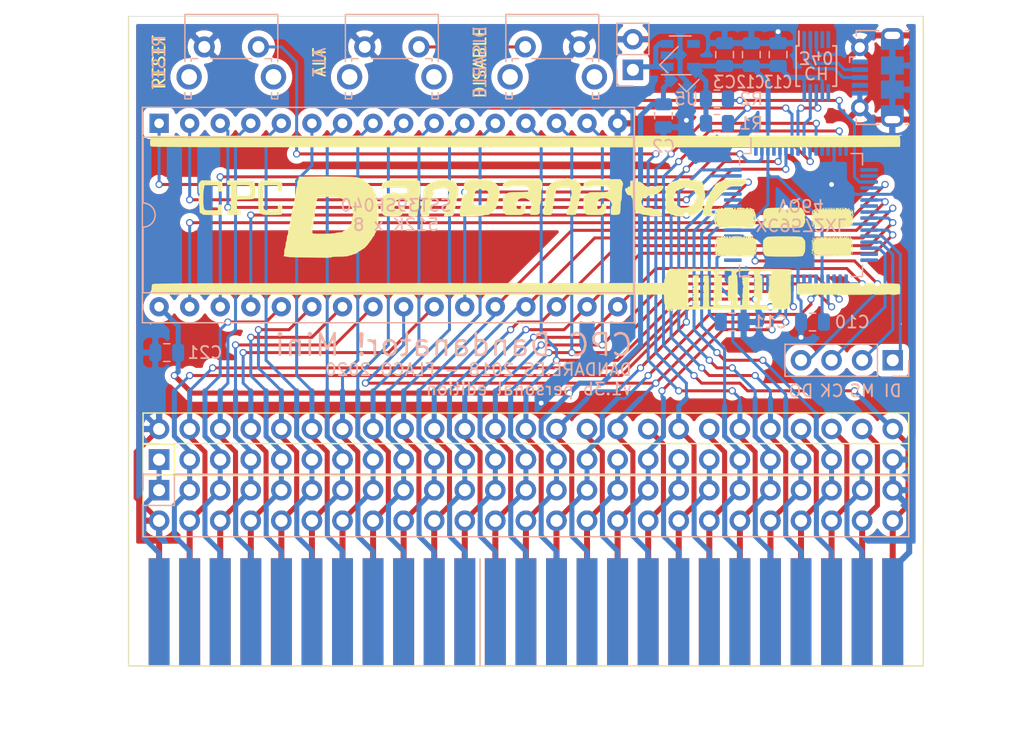
<source format=kicad_pcb>
(kicad_pcb (version 20171130) (host pcbnew 5.1.8-db9833491~88~ubuntu20.04.1)
  (title_block (title "CPC Dandanator personal edition") (date 2020-04-11) (rev "v1.3b modified") (company "FLACO 2019-2020, licence of this PCB is CC-BY-NC-SA"))
  (layers (0 F.Cu signal) (31 B.Cu signal) (34 B.Paste user) (35 F.Paste user) (36 B.SilkS user) (37 F.SilkS user) (38 B.Mask user) (39 F.Mask user) (44 Edge.Cuts user))
  (net 0 "")
  (net 1 GND)
  (net 2 +5V)
  (net 3 +3V3)
  (net 4 /ROMDIS)
  (net 5 /CLK4)
  (net 6 /EXP)
  (net 7 /LPEN)
  (net 8 /CURSOR)
  (net 9 /RAMDIS)
  (net 10 /RAMRD)
  (net 11 /ROMEN)
  (net 12 /RESET)
  (net 13 /BRST)
  (net 14 /READY)
  (net 15 /BUSAK)
  (net 16 /BUSRQ)
  (net 17 /NMI)
  (net 18 /INT)
  (net 19 /HALT)
  (net 20 /WR)
  (net 21 /RD)
  (net 22 /IORQ)
  (net 23 /RFSH)
  (net 24 /M1)
  (net 25 /MREQ)
  (net 26 /D0)
  (net 27 /D1)
  (net 28 /D2)
  (net 29 /D3)
  (net 30 /D4)
  (net 31 /D5)
  (net 32 /D6)
  (net 33 /D7)
  (net 34 /A0)
  (net 35 /A1)
  (net 36 /A2)
  (net 37 /A3)
  (net 38 /A4)
  (net 39 /A5)
  (net 40 /A6)
  (net 41 /A7)
  (net 42 /A8)
  (net 43 /A9)
  (net 44 /A10)
  (net 45 /A11)
  (net 46 /A12)
  (net 47 /A13)
  (net 48 /A14)
  (net 49 /A15)
  (net 50 /SOUND)
  (net 51 /TDO)
  (net 52 /TCK)
  (net 53 /TMS)
  (net 54 /TDI)
  (net 55 /ROMA18)
  (net 56 /ROMA17)
  (net 57 /ROMA16)
  (net 58 /ROMA15)
  (net 59 /ROMA14)
  (net 60 /ROMCE)
  (net 61 /ROMWE)
  (net 62 /BUTTON)
  (net 63 /BUTTON2)
  (net 64 /RXD)
  (net 65 /TXD)
  (net 66 /D+)
  (net 67 "Net-(J5-Pad4)")
  (net 68 "Net-(J5-Pad1)")
  (net 69 /D-)
  (net 70 "Net-(U1-Pad1)")
  (net 71 "Net-(U5-Pad4)")
  (net 72 "Net-(U12-Pad6)")
  (net 73 "Net-(U12-Pad5)")
  (net 74 "Net-(U12-Pad4)")
  (net 75 "Net-(U1-Pad59)")
  (net 76 "Net-(U1-Pad58)")
  (net 77 "Net-(U1-Pad52)")
  (net 78 "Net-(U1-Pad51)")
  (net 79 "Net-(U1-Pad49)")
  (net 80 "Net-(U1-Pad47)")
  (net 81 "Net-(U1-Pad46)")
  (net 82 "Net-(U1-Pad40)")
  (net 83 "Net-(U1-Pad39)")
  (net 84 "Net-(U1-Pad34)")
  (net 85 "Net-(U1-Pad32)")
  (net 86 "Net-(U1-Pad31)")
  (net 87 "Net-(U1-Pad23)")
  (net 88 "Net-(U1-Pad18)")
  (net 89 "Net-(U1-Pad17)")
  (net 90 "Net-(U1-Pad16)")
  (net 91 "Net-(U1-Pad13)")
  (net 92 "Net-(U1-Pad12)")
  (net 93 "Net-(U1-Pad4)")
  (module Package_QFP:TQFP-64_10x10mm_P0.5mm (layer B.Cu) (at 127 139.7 270)
    (fp_text reference U1 hide)
    (fp_text value XC9572XL-VQ64)
    (pad 64 smd roundrect (at -3.75 5.6625 270) (size 0.3 1.475) (layers B.Cu B.Paste B.Mask) (net 12 /RESET))
    (pad 63 smd roundrect (at -3.25 5.6625 270) (size 0.3 1.475) (layers B.Cu B.Paste B.Mask) (net 57 /ROMA16))
    (pad 62 smd roundrect (at -2.75 5.6625 270) (size 0.3 1.475) (layers B.Cu B.Paste B.Mask) (net 58 /ROMA15))
    (pad 61 smd roundrect (at -2.25 5.6625 270) (size 0.3 1.475) (layers B.Cu B.Paste B.Mask) (net 59 /ROMA14))
    (pad 60 smd roundrect (at -1.75 5.6625 270) (size 0.3 1.475) (layers B.Cu B.Paste B.Mask) (net 25 /MREQ))
    (pad 59 smd roundrect (at -1.25 5.6625 270) (size 0.3 1.475) (layers B.Cu B.Paste B.Mask) (net 75 "Net-(U1-Pad59)"))
    (pad 58 smd roundrect (at -0.75 5.6625 270) (size 0.3 1.475) (layers B.Cu B.Paste B.Mask) (net 76 "Net-(U1-Pad58)"))
    (pad 57 smd roundrect (at -0.25 5.6625 270) (size 0.3 1.475) (layers B.Cu B.Paste B.Mask) (net 9 /RAMDIS))
    (pad 56 smd roundrect (at 0.25 5.6625 270) (size 0.3 1.475) (layers B.Cu B.Paste B.Mask) (net 14 /READY))
    (pad 55 smd roundrect (at 0.75 5.6625 270) (size 0.3 1.475) (layers B.Cu B.Paste B.Mask) (net 3 +3V3))
    (pad 54 smd roundrect (at 1.25 5.6625 270) (size 0.3 1.475) (layers B.Cu B.Paste B.Mask) (net 1 GND))
    (pad 53 smd roundrect (at 1.75 5.6625 270) (size 0.3 1.475) (layers B.Cu B.Paste B.Mask) (net 51 /TDO))
    (pad 52 smd roundrect (at 2.25 5.6625 270) (size 0.3 1.475) (layers B.Cu B.Paste B.Mask) (net 77 "Net-(U1-Pad52)"))
    (pad 51 smd roundrect (at 2.75 5.6625 270) (size 0.3 1.475) (layers B.Cu B.Paste B.Mask) (net 78 "Net-(U1-Pad51)"))
    (pad 50 smd roundrect (at 3.25 5.6625 270) (size 0.3 1.475) (layers B.Cu B.Paste B.Mask) (net 4 /ROMDIS))
    (pad 49 smd roundrect (at 3.75 5.6625 270) (size 0.3 1.475) (layers B.Cu B.Paste B.Mask) (net 79 "Net-(U1-Pad49)"))
    (pad 48 smd roundrect (at 5.6625 3.75 270) (size 1.475 0.3) (layers B.Cu B.Paste B.Mask) (net 48 /A14))
    (pad 47 smd roundrect (at 5.6625 3.25 270) (size 1.475 0.3) (layers B.Cu B.Paste B.Mask) (net 80 "Net-(U1-Pad47)"))
    (pad 46 smd roundrect (at 5.6625 2.75 270) (size 1.475 0.3) (layers B.Cu B.Paste B.Mask) (net 81 "Net-(U1-Pad46)"))
    (pad 45 smd roundrect (at 5.6625 2.25 270) (size 1.475 0.3) (layers B.Cu B.Paste B.Mask) (net 49 /A15))
    (pad 44 smd roundrect (at 5.6625 1.75 270) (size 1.475 0.3) (layers B.Cu B.Paste B.Mask) (net 20 /WR))
    (pad 43 smd roundrect (at 5.6625 1.25 270) (size 1.475 0.3) (layers B.Cu B.Paste B.Mask) (net 21 /RD))
    (pad 42 smd roundrect (at 5.6625 0.75 270) (size 1.475 0.3) (layers B.Cu B.Paste B.Mask) (net 26 /D0))
    (pad 41 smd roundrect (at 5.6625 0.25 270) (size 1.475 0.3) (layers B.Cu B.Paste B.Mask) (net 1 GND))
    (pad 40 smd roundrect (at 5.6625 -0.25 270) (size 1.475 0.3) (layers B.Cu B.Paste B.Mask) (net 82 "Net-(U1-Pad40)"))
    (pad 39 smd roundrect (at 5.6625 -0.75 270) (size 1.475 0.3) (layers B.Cu B.Paste B.Mask) (net 83 "Net-(U1-Pad39)"))
    (pad 38 smd roundrect (at 5.6625 -1.25 270) (size 1.475 0.3) (layers B.Cu B.Paste B.Mask) (net 24 /M1))
    (pad 37 smd roundrect (at 5.6625 -1.75 270) (size 1.475 0.3) (layers B.Cu B.Paste B.Mask) (net 3 +3V3))
    (pad 36 smd roundrect (at 5.6625 -2.25 270) (size 1.475 0.3) (layers B.Cu B.Paste B.Mask) (net 27 /D1))
    (pad 35 smd roundrect (at 5.6625 -2.75 270) (size 1.475 0.3) (layers B.Cu B.Paste B.Mask) (net 28 /D2))
    (pad 34 smd roundrect (at 5.6625 -3.25 270) (size 1.475 0.3) (layers B.Cu B.Paste B.Mask) (net 84 "Net-(U1-Pad34)"))
    (pad 33 smd roundrect (at 5.6625 -3.75 270) (size 1.475 0.3) (layers B.Cu B.Paste B.Mask) (net 29 /D3))
    (pad 32 smd roundrect (at 3.75 -5.6625 270) (size 0.3 1.475) (layers B.Cu B.Paste B.Mask) (net 85 "Net-(U1-Pad32)"))
    (pad 31 smd roundrect (at 3.25 -5.6625 270) (size 0.3 1.475) (layers B.Cu B.Paste B.Mask) (net 86 "Net-(U1-Pad31)"))
    (pad 30 smd roundrect (at 2.75 -5.6625 270) (size 0.3 1.475) (layers B.Cu B.Paste B.Mask) (net 52 /TCK))
    (pad 29 smd roundrect (at 2.25 -5.6625 270) (size 0.3 1.475) (layers B.Cu B.Paste B.Mask) (net 53 /TMS))
    (pad 28 smd roundrect (at 1.75 -5.6625 270) (size 0.3 1.475) (layers B.Cu B.Paste B.Mask) (net 54 /TDI))
    (pad 27 smd roundrect (at 1.25 -5.6625 270) (size 0.3 1.475) (layers B.Cu B.Paste B.Mask) (net 30 /D4))
    (pad 26 smd roundrect (at 0.75 -5.6625 270) (size 0.3 1.475) (layers B.Cu B.Paste B.Mask) (net 3 +3V3))
    (pad 25 smd roundrect (at 0.25 -5.6625 270) (size 0.3 1.475) (layers B.Cu B.Paste B.Mask) (net 31 /D5))
    (pad 24 smd roundrect (at -0.25 -5.6625 270) (size 0.3 1.475) (layers B.Cu B.Paste B.Mask) (net 32 /D6))
    (pad 23 smd roundrect (at -0.75 -5.6625 270) (size 0.3 1.475) (layers B.Cu B.Paste B.Mask) (net 87 "Net-(U1-Pad23)"))
    (pad 22 smd roundrect (at -1.25 -5.6625 270) (size 0.3 1.475) (layers B.Cu B.Paste B.Mask) (net 33 /D7))
    (pad 21 smd roundrect (at -1.75 -5.6625 270) (size 0.3 1.475) (layers B.Cu B.Paste B.Mask) (net 1 GND))
    (pad 20 smd roundrect (at -2.25 -5.6625 270) (size 0.3 1.475) (layers B.Cu B.Paste B.Mask) (net 61 /ROMWE))
    (pad 19 smd roundrect (at -2.75 -5.6625 270) (size 0.3 1.475) (layers B.Cu B.Paste B.Mask) (net 63 /BUTTON2))
    (pad 18 smd roundrect (at -3.25 -5.6625 270) (size 0.3 1.475) (layers B.Cu B.Paste B.Mask) (net 88 "Net-(U1-Pad18)"))
    (pad 17 smd roundrect (at -3.75 -5.6625 270) (size 0.3 1.475) (layers B.Cu B.Paste B.Mask) (net 89 "Net-(U1-Pad17)"))
    (pad 16 smd roundrect (at -5.6625 -3.75 270) (size 1.475 0.3) (layers B.Cu B.Paste B.Mask) (net 90 "Net-(U1-Pad16)"))
    (pad 15 smd roundrect (at -5.6625 -3.25 270) (size 1.475 0.3) (layers B.Cu B.Paste B.Mask) (net 5 /CLK4))
    (pad 14 smd roundrect (at -5.6625 -2.75 270) (size 1.475 0.3) (layers B.Cu B.Paste B.Mask) (net 1 GND))
    (pad 13 smd roundrect (at -5.6625 -2.25 270) (size 1.475 0.3) (layers B.Cu B.Paste B.Mask) (net 91 "Net-(U1-Pad13)"))
    (pad 12 smd roundrect (at -5.6625 -1.75 270) (size 1.475 0.3) (layers B.Cu B.Paste B.Mask) (net 92 "Net-(U1-Pad12)"))
    (pad 11 smd roundrect (at -5.6625 -1.25 270) (size 1.475 0.3) (layers B.Cu B.Paste B.Mask) (net 17 /NMI))
    (pad 10 smd roundrect (at -5.6625 -0.75 270) (size 1.475 0.3) (layers B.Cu B.Paste B.Mask) (net 11 /ROMEN))
    (pad 9 smd roundrect (at -5.6625 -0.25 270) (size 1.475 0.3) (layers B.Cu B.Paste B.Mask) (net 64 /RXD))
    (pad 8 smd roundrect (at -5.6625 0.25 270) (size 1.475 0.3) (layers B.Cu B.Paste B.Mask) (net 65 /TXD))
    (pad 7 smd roundrect (at -5.6625 0.75 270) (size 1.475 0.3) (layers B.Cu B.Paste B.Mask) (net 62 /BUTTON))
    (pad 6 smd roundrect (at -5.6625 1.25 270) (size 1.475 0.3) (layers B.Cu B.Paste B.Mask) (net 60 /ROMCE))
    (pad 5 smd roundrect (at -5.6625 1.75 270) (size 1.475 0.3) (layers B.Cu B.Paste B.Mask) (net 55 /ROMA18))
    (pad 4 smd roundrect (at -5.6625 2.25 270) (size 1.475 0.3) (layers B.Cu B.Paste B.Mask) (net 93 "Net-(U1-Pad4)"))
    (pad 3 smd roundrect (at -5.6625 2.75 270) (size 1.475 0.3) (layers B.Cu B.Paste B.Mask) (net 3 +3V3))
    (pad 2 smd roundrect (at -5.6625 3.25 270) (size 1.475 0.3) (layers B.Cu B.Paste B.Mask) (net 56 /ROMA17))
    (pad 1 smd roundrect (at -5.6625 3.75 270) (size 1.475 0.3) (layers B.Cu B.Paste B.Mask) (net 70 "Net-(U1-Pad1)"))
  )
  (module Sassa:PIC_Dandanator_FS_B (layer F.Cu) (at 104.14 140.9065)
    (fp_text reference FID1 hide)
    (fp_text value Logo hide)
  )
  (module Button_Switch_THT:SW_Tactile_SPST_Angled_PTS645Vx39-2LFS (layer B.Cu) (at 108.585 125.73 180)
    (fp_text reference SW4 hide)
    (fp_text value DISABLE)
    (pad "" thru_hole circle (at -1.25 -2.49 180) (size 2.1 2.1) (drill 1.3) (layers *.Cu *.Mask))
    (pad 1 thru_hole circle (at 0 0 180) (size 1.75 1.75) (drill 0.99) (layers *.Cu *.Mask) (net 1 GND))
    (pad 2 thru_hole circle (at 4.5 0 180) (size 1.75 1.75) (drill 0.99) (layers *.Cu *.Mask) (net 63 /BUTTON2))
    (pad "" thru_hole circle (at 5.76 -2.49 180) (size 2.1 2.1) (drill 1.3) (layers *.Cu *.Mask))
  )
  (module Button_Switch_THT:SW_Tactile_SPST_Angled_PTS645Vx39-2LFS (layer B.Cu) (at 95.25 125.73 180)
    (fp_text reference SW3 hide)
    (fp_text value ALTERNATE)
    (pad "" thru_hole circle (at -1.25 -2.49 180) (size 2.1 2.1) (drill 1.3) (layers *.Cu *.Mask))
    (pad 1 thru_hole circle (at 0 0 180) (size 1.75 1.75) (drill 0.99) (layers *.Cu *.Mask) (net 62 /BUTTON))
    (pad 2 thru_hole circle (at 4.5 0 180) (size 1.75 1.75) (drill 0.99) (layers *.Cu *.Mask) (net 1 GND))
    (pad "" thru_hole circle (at 5.76 -2.49 180) (size 2.1 2.1) (drill 1.3) (layers *.Cu *.Mask))
  )
  (module Button_Switch_THT:SW_Tactile_SPST_Angled_PTS645Vx39-2LFS (layer B.Cu) (at 81.915 125.73 180)
    (fp_text reference SW1 hide)
    (fp_text value RESET)
    (pad "" thru_hole circle (at -1.25 -2.49 180) (size 2.1 2.1) (drill 1.3) (layers *.Cu *.Mask))
    (pad 1 thru_hole circle (at 0 0 180) (size 1.75 1.75) (drill 0.99) (layers *.Cu *.Mask) (net 13 /BRST))
    (pad 2 thru_hole circle (at 4.5 0 180) (size 1.75 1.75) (drill 0.99) (layers *.Cu *.Mask) (net 1 GND))
    (pad "" thru_hole circle (at 5.76 -2.49 180) (size 2.1 2.1) (drill 1.3) (layers *.Cu *.Mask))
  )
  (module Package_SO:MSOP-10_3x3mm_P0.5mm (layer B.Cu) (at 128.27 127.3175 270)
    (fp_text reference U12 hide)
    (fp_text value CH340E)
    (pad 10 smd rect (at 2.2 1 270) (size 1.4 0.3) (layers B.Cu B.Paste B.Mask) (net 3 +3V3))
    (pad 9 smd rect (at 2.2 0.5 270) (size 1.4 0.3) (layers B.Cu B.Paste B.Mask) (net 64 /RXD))
    (pad 8 smd rect (at 2.2 0 270) (size 1.4 0.3) (layers B.Cu B.Paste B.Mask) (net 65 /TXD))
    (pad 7 smd rect (at 2.2 -0.5 270) (size 1.4 0.3) (layers B.Cu B.Paste B.Mask) (net 3 +3V3))
    (pad 6 smd rect (at 2.2 -1 270) (size 1.4 0.3) (layers B.Cu B.Paste B.Mask) (net 72 "Net-(U12-Pad6)"))
    (pad 5 smd rect (at -2.2 -1 270) (size 1.4 0.3) (layers B.Cu B.Paste B.Mask) (net 73 "Net-(U12-Pad5)"))
    (pad 4 smd rect (at -2.2 -0.5 270) (size 1.4 0.3) (layers B.Cu B.Paste B.Mask) (net 74 "Net-(U12-Pad4)"))
    (pad 3 smd rect (at -2.2 0 270) (size 1.4 0.3) (layers B.Cu B.Paste B.Mask) (net 1 GND))
    (pad 2 smd rect (at -2.2 0.5 270) (size 1.4 0.3) (layers B.Cu B.Paste B.Mask) (net 69 /D-))
    (pad 1 smd rect (at -2.2 1 270) (size 1.4 0.3) (layers B.Cu B.Paste B.Mask) (net 66 /D+))
  )
  (module Package_TO_SOT_SMD:SOT-23 (layer B.Cu) (at 116.9162 127.8001 225)
    (fp_text reference U15 hide)
    (fp_text value XC6206PxxxMR)
    (pad 3 smd rect (at 1 0 225) (size 0.9 0.8) (layers B.Cu B.Paste B.Mask) (net 2 +5V))
    (pad 2 smd rect (at -1 -0.95 225) (size 0.9 0.8) (layers B.Cu B.Paste B.Mask) (net 3 +3V3))
    (pad 1 smd rect (at -1 0.95 225) (size 0.9 0.8) (layers B.Cu B.Paste B.Mask) (net 1 GND))
  )
  (module Package_TO_SOT_SMD:SOT-23-5 (layer B.Cu) (at 116.967 126.4285)
    (fp_text reference U5 (at 0.508 3.6195 unlocked) (layer B.SilkS) (effects (justify mirror)))
    (fp_text value SPX3819M5-L-3-3)
    (pad 5 smd rect (at 1.1 0.95) (size 1.06 0.65) (layers B.Cu B.Paste B.Mask) (net 3 +3V3))
    (pad 4 smd rect (at 1.1 -0.95) (size 1.06 0.65) (layers B.Cu B.Paste B.Mask) (net 71 "Net-(U5-Pad4)"))
    (pad 3 smd rect (at -1.1 -0.95) (size 1.06 0.65) (layers B.Cu B.Paste B.Mask) (net 2 +5V))
    (pad 2 smd rect (at -1.1 0) (size 1.06 0.65) (layers B.Cu B.Paste B.Mask) (net 1 GND))
    (pad 1 smd rect (at -1.1 0.95) (size 1.06 0.65) (layers B.Cu B.Paste B.Mask) (net 2 +5V))
  )
  (module Package_DIP:DIP-32_W15.24mm_Socket (layer B.Cu) (at 73.66 132.08 270)
    (fp_text reference U3 hide)
    (fp_text value 29C040)
    (pad 32 thru_hole oval (at 15.24 0 270) (size 1.6 1.6) (drill 0.8) (layers *.Cu *.Mask) (net 2 +5V))
    (pad 16 thru_hole oval (at 0 -38.1 270) (size 1.6 1.6) (drill 0.8) (layers *.Cu *.Mask) (net 1 GND))
    (pad 31 thru_hole oval (at 15.24 -2.54 270) (size 1.6 1.6) (drill 0.8) (layers *.Cu *.Mask) (net 61 /ROMWE))
    (pad 15 thru_hole oval (at 0 -35.56 270) (size 1.6 1.6) (drill 0.8) (layers *.Cu *.Mask) (net 28 /D2))
    (pad 30 thru_hole oval (at 15.24 -5.08 270) (size 1.6 1.6) (drill 0.8) (layers *.Cu *.Mask) (net 56 /ROMA17))
    (pad 14 thru_hole oval (at 0 -33.02 270) (size 1.6 1.6) (drill 0.8) (layers *.Cu *.Mask) (net 27 /D1))
    (pad 29 thru_hole oval (at 15.24 -7.62 270) (size 1.6 1.6) (drill 0.8) (layers *.Cu *.Mask) (net 59 /ROMA14))
    (pad 13 thru_hole oval (at 0 -30.48 270) (size 1.6 1.6) (drill 0.8) (layers *.Cu *.Mask) (net 26 /D0))
    (pad 28 thru_hole oval (at 15.24 -10.16 270) (size 1.6 1.6) (drill 0.8) (layers *.Cu *.Mask) (net 47 /A13))
    (pad 12 thru_hole oval (at 0 -27.94 270) (size 1.6 1.6) (drill 0.8) (layers *.Cu *.Mask) (net 34 /A0))
    (pad 27 thru_hole oval (at 15.24 -12.7 270) (size 1.6 1.6) (drill 0.8) (layers *.Cu *.Mask) (net 42 /A8))
    (pad 11 thru_hole oval (at 0 -25.4 270) (size 1.6 1.6) (drill 0.8) (layers *.Cu *.Mask) (net 35 /A1))
    (pad 26 thru_hole oval (at 15.24 -15.24 270) (size 1.6 1.6) (drill 0.8) (layers *.Cu *.Mask) (net 43 /A9))
    (pad 10 thru_hole oval (at 0 -22.86 270) (size 1.6 1.6) (drill 0.8) (layers *.Cu *.Mask) (net 36 /A2))
    (pad 25 thru_hole oval (at 15.24 -17.78 270) (size 1.6 1.6) (drill 0.8) (layers *.Cu *.Mask) (net 45 /A11))
    (pad 9 thru_hole oval (at 0 -20.32 270) (size 1.6 1.6) (drill 0.8) (layers *.Cu *.Mask) (net 37 /A3))
    (pad 24 thru_hole oval (at 15.24 -20.32 270) (size 1.6 1.6) (drill 0.8) (layers *.Cu *.Mask) (net 21 /RD))
    (pad 8 thru_hole oval (at 0 -17.78 270) (size 1.6 1.6) (drill 0.8) (layers *.Cu *.Mask) (net 38 /A4))
    (pad 23 thru_hole oval (at 15.24 -22.86 270) (size 1.6 1.6) (drill 0.8) (layers *.Cu *.Mask) (net 44 /A10))
    (pad 7 thru_hole oval (at 0 -15.24 270) (size 1.6 1.6) (drill 0.8) (layers *.Cu *.Mask) (net 39 /A5))
    (pad 22 thru_hole oval (at 15.24 -25.4 270) (size 1.6 1.6) (drill 0.8) (layers *.Cu *.Mask) (net 60 /ROMCE))
    (pad 6 thru_hole oval (at 0 -12.7 270) (size 1.6 1.6) (drill 0.8) (layers *.Cu *.Mask) (net 40 /A6))
    (pad 21 thru_hole oval (at 15.24 -27.94 270) (size 1.6 1.6) (drill 0.8) (layers *.Cu *.Mask) (net 33 /D7))
    (pad 5 thru_hole oval (at 0 -10.16 270) (size 1.6 1.6) (drill 0.8) (layers *.Cu *.Mask) (net 41 /A7))
    (pad 20 thru_hole oval (at 15.24 -30.48 270) (size 1.6 1.6) (drill 0.8) (layers *.Cu *.Mask) (net 32 /D6))
    (pad 4 thru_hole oval (at 0 -7.62 270) (size 1.6 1.6) (drill 0.8) (layers *.Cu *.Mask) (net 46 /A12))
    (pad 19 thru_hole oval (at 15.24 -33.02 270) (size 1.6 1.6) (drill 0.8) (layers *.Cu *.Mask) (net 31 /D5))
    (pad 3 thru_hole oval (at 0 -5.08 270) (size 1.6 1.6) (drill 0.8) (layers *.Cu *.Mask) (net 58 /ROMA15))
    (pad 18 thru_hole oval (at 15.24 -35.56 270) (size 1.6 1.6) (drill 0.8) (layers *.Cu *.Mask) (net 30 /D4))
    (pad 2 thru_hole oval (at 0 -2.54 270) (size 1.6 1.6) (drill 0.8) (layers *.Cu *.Mask) (net 57 /ROMA16))
    (pad 17 thru_hole oval (at 15.24 -38.1 270) (size 1.6 1.6) (drill 0.8) (layers *.Cu *.Mask) (net 29 /D3))
    (pad 1 thru_hole rect (at 0 0 270) (size 1.6 1.6) (drill 0.8) (layers *.Cu *.Mask) (net 55 /ROMA18))
  )
  (module Capacitor_SMD:C_0805_2012Metric (layer B.Cu) (at 74.295 151.13 180)
    (fp_text reference C21 (at -3.175 0 unlocked) (layer B.SilkS) (effects (justify mirror)))
    (fp_text value 100n)
    (pad 2 smd roundrect (at 0.95 0 180) (size 1 1.45) (layers B.Cu B.Paste B.Mask) (net 1 GND))
    (pad 1 smd roundrect (at -0.95 0 180) (size 1 1.45) (layers B.Cu B.Paste B.Mask) (net 2 +5V))
  )
  (module Capacitor_SMD:C_0805_2012Metric (layer B.Cu) (at 125.095 126.365 90)
    (fp_text reference C13 (at -2.286 0 unlocked) (layer B.SilkS) (effects (font (size 1 0.8)) (justify mirror)))
    (fp_text value 100n)
    (pad 2 smd roundrect (at 0.95 0 90) (size 1 1.45) (layers B.Cu B.Paste B.Mask) (net 1 GND))
    (pad 1 smd roundrect (at -0.95 0 90) (size 1 1.45) (layers B.Cu B.Paste B.Mask) (net 3 +3V3))
  )
  (module Capacitor_SMD:C_0805_2012Metric (layer B.Cu) (at 122.8725 126.365 90)
    (fp_text reference C12 (at -2.286 -0.0635 unlocked) (layer B.SilkS) (effects (font (size 1 0.8)) (justify mirror)))
    (fp_text value 100n)
    (pad 2 smd roundrect (at 0.95 0 90) (size 1 1.45) (layers B.Cu B.Paste B.Mask) (net 1 GND))
    (pad 1 smd roundrect (at -0.95 0 90) (size 1 1.45) (layers B.Cu B.Paste B.Mask) (net 3 +3V3))
  )
  (module Capacitor_SMD:C_0805_2012Metric (layer B.Cu) (at 121.285 148.59)
    (fp_text reference C11 (at 3.175 0 unlocked) (layer B.SilkS) (effects (justify mirror)))
    (fp_text value 100n)
    (pad 2 smd roundrect (at 0.95 0) (size 1 1.45) (layers B.Cu B.Paste B.Mask) (net 1 GND))
    (pad 1 smd roundrect (at -0.95 0) (size 1 1.45) (layers B.Cu B.Paste B.Mask) (net 3 +3V3))
  )
  (module Capacitor_SMD:C_0805_2012Metric (layer B.Cu) (at 127.955 148.59 180)
    (fp_text reference C10 (at -3.2995 0 unlocked) (layer B.SilkS) (effects (justify mirror)))
    (fp_text value 100n)
    (pad 2 smd roundrect (at 0.95 0 180) (size 1 1.45) (layers B.Cu B.Paste B.Mask) (net 1 GND))
    (pad 1 smd roundrect (at -0.95 0 180) (size 1 1.45) (layers B.Cu B.Paste B.Mask) (net 3 +3V3))
  )
  (module Capacitor_SMD:C_0805_2012Metric (layer B.Cu) (at 120.65 126.365 90)
    (fp_text reference C3 (at -2.286 0 unlocked) (layer B.SilkS) (effects (justify mirror)))
    (fp_text value 10uF)
    (pad 2 smd roundrect (at 0.95 0 90) (size 1 1.45) (layers B.Cu B.Paste B.Mask) (net 1 GND))
    (pad 1 smd roundrect (at -0.95 0 90) (size 1 1.45) (layers B.Cu B.Paste B.Mask) (net 3 +3V3))
  )
  (module Capacitor_SMD:C_0805_2012Metric (layer B.Cu) (at 115.57 131.445 270)
    (fp_text reference C2 (at 2.54 0 unlocked) (layer B.SilkS) (effects (justify mirror)))
    (fp_text value 10uF)
    (pad 2 smd roundrect (at 0.95 0 270) (size 1 1.45) (layers B.Cu B.Paste B.Mask) (net 1 GND))
    (pad 1 smd roundrect (at -0.95 0 270) (size 1 1.45) (layers B.Cu B.Paste B.Mask) (net 2 +5V))
  )
  (module Connector_PinHeader_2.54mm:PinHeader_1x02_P2.54mm_Vertical (layer B.Cu) (at 113.03 127.635)
    (fp_text reference J3 hide)
    (fp_text value POWER)
    (pad 2 thru_hole oval (at 0 -2.54) (size 1.7 1.7) (drill 1) (layers *.Cu *.Mask) (net 1 GND))
    (pad 1 thru_hole rect (at 0 0) (size 1.7 1.7) (drill 1) (layers *.Cu *.Mask) (net 2 +5V))
  )
  (module Connector_USB:USB_Micro-B_Molex-105017-0001 (layer B.Cu) (at 133.35 128.27 270)
    (fp_text reference J5 hide)
    (fp_text value USB_B_Micro)
    (pad 6 smd rect (at -2.9 -1.2375 270) (size 1.2 1.9) (layers B.Cu B.Mask) (net 1 GND))
    (pad 6 smd rect (at 2.9 -1.2375 270) (size 1.2 1.9) (layers B.Cu B.Mask) (net 1 GND))
    (pad 6 thru_hole oval (at 3.5 -1.2375 270) (size 1.2 1.9) (drill oval 0.6 1.3) (layers *.Cu *.Mask) (net 1 GND))
    (pad 6 thru_hole oval (at -3.5 -1.2375 90) (size 1.2 1.9) (drill oval 0.6 1.3) (layers *.Cu *.Mask) (net 1 GND))
    (pad 6 smd rect (at -1 -1.2375 270) (size 1.5 1.9) (layers B.Cu B.Paste B.Mask) (net 1 GND))
    (pad 6 thru_hole circle (at 2.5 1.4625 270) (size 1.45 1.45) (drill 0.85) (layers *.Cu *.Mask) (net 1 GND))
    (pad 3 smd rect (at 0 1.4625 270) (size 0.4 1.35) (layers B.Cu B.Paste B.Mask) (net 66 /D+))
    (pad 4 smd rect (at 0.65 1.4625 270) (size 0.4 1.35) (layers B.Cu B.Paste B.Mask) (net 67 "Net-(J5-Pad4)"))
    (pad 5 smd rect (at 1.3 1.4625 270) (size 0.4 1.35) (layers B.Cu B.Paste B.Mask) (net 1 GND))
    (pad 1 smd rect (at -1.3 1.4625 270) (size 0.4 1.35) (layers B.Cu B.Paste B.Mask) (net 68 "Net-(J5-Pad1)"))
    (pad 2 smd rect (at -0.65 1.4625 270) (size 0.4 1.35) (layers B.Cu B.Paste B.Mask) (net 69 /D-))
    (pad 6 thru_hole circle (at -2.5 1.4625 270) (size 1.45 1.45) (drill 0.85) (layers *.Cu *.Mask) (net 1 GND))
    (pad 6 smd rect (at 1 -1.2375 270) (size 1.5 1.9) (layers B.Cu B.Paste B.Mask) (net 1 GND))
  )
  (module Resistor_SMD:R_0805_2012Metric (layer B.Cu) (at 120.015 132.08)
    (fp_text reference R1 (at 2.8575 0 unlocked) (layer B.SilkS) (effects (justify mirror)))
    (fp_text value 10k)
    (pad 2 smd roundrect (at 0.9125 0) (size 1.025 1.4) (layers B.Cu B.Paste B.Mask) (roundrect_rratio 0.243902) (net 62 /BUTTON))
    (pad 1 smd roundrect (at -0.9125 0) (size 1.025 1.4) (layers B.Cu B.Paste B.Mask) (roundrect_rratio 0.243902) (net 3 +3V3))
  )
  (module Resistor_SMD:R_0805_2012Metric (layer B.Cu) (at 120.015 130.048)
    (fp_text reference R2 (at 2.8575 0 unlocked) (layer B.SilkS) (effects (justify mirror)))
    (fp_text value 10k)
    (pad 2 smd roundrect (at 0.9125 0) (size 1.025 1.4) (layers B.Cu B.Paste B.Mask) (roundrect_rratio 0.243902) (net 63 /BUTTON2))
    (pad 1 smd roundrect (at -0.9125 0) (size 1.025 1.4) (layers B.Cu B.Paste B.Mask) (roundrect_rratio 0.243902) (net 3 +3V3))
  )
  (module Connector_PinHeader_2.54mm:PinHeader_2x25_P2.54mm_Vertical (layer B.Cu) (at 73.66 162.56 270)
    (fp_text reference J9 hide)
    (fp_text value "FROM EXPANSION")
    (pad 50 thru_hole oval (at 2.54 -60.96 270) (size 1.7 1.7) (drill 1) (layers *.Cu *.Mask) (net 5 /CLK4))
    (pad 49 thru_hole oval (at 0 -60.96 270) (size 1.7 1.7) (drill 1) (layers *.Cu *.Mask) (net 1 GND))
    (pad 48 thru_hole oval (at 2.54 -58.42 270) (size 1.7 1.7) (drill 1) (layers *.Cu *.Mask) (net 6 /EXP))
    (pad 47 thru_hole oval (at 0 -58.42 270) (size 1.7 1.7) (drill 1) (layers *.Cu *.Mask) (net 7 /LPEN))
    (pad 46 thru_hole oval (at 2.54 -55.88 270) (size 1.7 1.7) (drill 1) (layers *.Cu *.Mask) (net 8 /CURSOR))
    (pad 45 thru_hole oval (at 0 -55.88 270) (size 1.7 1.7) (drill 1) (layers *.Cu *.Mask) (net 9 /RAMDIS))
    (pad 44 thru_hole oval (at 2.54 -53.34 270) (size 1.7 1.7) (drill 1) (layers *.Cu *.Mask) (net 10 /RAMRD))
    (pad 43 thru_hole oval (at 0 -53.34 270) (size 1.7 1.7) (drill 1) (layers *.Cu *.Mask) (net 4 /ROMDIS))
    (pad 42 thru_hole oval (at 2.54 -50.8 270) (size 1.7 1.7) (drill 1) (layers *.Cu *.Mask) (net 11 /ROMEN))
    (pad 41 thru_hole oval (at 0 -50.8 270) (size 1.7 1.7) (drill 1) (layers *.Cu *.Mask) (net 12 /RESET))
    (pad 40 thru_hole oval (at 2.54 -48.26 270) (size 1.7 1.7) (drill 1) (layers *.Cu *.Mask) (net 13 /BRST))
    (pad 39 thru_hole oval (at 0 -48.26 270) (size 1.7 1.7) (drill 1) (layers *.Cu *.Mask) (net 14 /READY))
    (pad 38 thru_hole oval (at 2.54 -45.72 270) (size 1.7 1.7) (drill 1) (layers *.Cu *.Mask) (net 15 /BUSAK))
    (pad 37 thru_hole oval (at 0 -45.72 270) (size 1.7 1.7) (drill 1) (layers *.Cu *.Mask) (net 16 /BUSRQ))
    (pad 36 thru_hole oval (at 2.54 -43.18 270) (size 1.7 1.7) (drill 1) (layers *.Cu *.Mask) (net 17 /NMI))
    (pad 35 thru_hole oval (at 0 -43.18 270) (size 1.7 1.7) (drill 1) (layers *.Cu *.Mask) (net 18 /INT))
    (pad 34 thru_hole oval (at 2.54 -40.64 270) (size 1.7 1.7) (drill 1) (layers *.Cu *.Mask) (net 19 /HALT))
    (pad 33 thru_hole oval (at 0 -40.64 270) (size 1.7 1.7) (drill 1) (layers *.Cu *.Mask) (net 20 /WR))
    (pad 32 thru_hole oval (at 2.54 -38.1 270) (size 1.7 1.7) (drill 1) (layers *.Cu *.Mask) (net 21 /RD))
    (pad 31 thru_hole oval (at 0 -38.1 270) (size 1.7 1.7) (drill 1) (layers *.Cu *.Mask) (net 22 /IORQ))
    (pad 30 thru_hole oval (at 2.54 -35.56 270) (size 1.7 1.7) (drill 1) (layers *.Cu *.Mask) (net 23 /RFSH))
    (pad 29 thru_hole oval (at 0 -35.56 270) (size 1.7 1.7) (drill 1) (layers *.Cu *.Mask) (net 24 /M1))
    (pad 28 thru_hole oval (at 2.54 -33.02 270) (size 1.7 1.7) (drill 1) (layers *.Cu *.Mask) (net 25 /MREQ))
    (pad 27 thru_hole oval (at 0 -33.02 270) (size 1.7 1.7) (drill 1) (layers *.Cu *.Mask) (net 2 +5V))
    (pad 26 thru_hole oval (at 2.54 -30.48 270) (size 1.7 1.7) (drill 1) (layers *.Cu *.Mask) (net 26 /D0))
    (pad 25 thru_hole oval (at 0 -30.48 270) (size 1.7 1.7) (drill 1) (layers *.Cu *.Mask) (net 27 /D1))
    (pad 24 thru_hole oval (at 2.54 -27.94 270) (size 1.7 1.7) (drill 1) (layers *.Cu *.Mask) (net 28 /D2))
    (pad 23 thru_hole oval (at 0 -27.94 270) (size 1.7 1.7) (drill 1) (layers *.Cu *.Mask) (net 29 /D3))
    (pad 22 thru_hole oval (at 2.54 -25.4 270) (size 1.7 1.7) (drill 1) (layers *.Cu *.Mask) (net 30 /D4))
    (pad 21 thru_hole oval (at 0 -25.4 270) (size 1.7 1.7) (drill 1) (layers *.Cu *.Mask) (net 31 /D5))
    (pad 20 thru_hole oval (at 2.54 -22.86 270) (size 1.7 1.7) (drill 1) (layers *.Cu *.Mask) (net 32 /D6))
    (pad 19 thru_hole oval (at 0 -22.86 270) (size 1.7 1.7) (drill 1) (layers *.Cu *.Mask) (net 33 /D7))
    (pad 18 thru_hole oval (at 2.54 -20.32 270) (size 1.7 1.7) (drill 1) (layers *.Cu *.Mask) (net 34 /A0))
    (pad 17 thru_hole oval (at 0 -20.32 270) (size 1.7 1.7) (drill 1) (layers *.Cu *.Mask) (net 35 /A1))
    (pad 16 thru_hole oval (at 2.54 -17.78 270) (size 1.7 1.7) (drill 1) (layers *.Cu *.Mask) (net 36 /A2))
    (pad 15 thru_hole oval (at 0 -17.78 270) (size 1.7 1.7) (drill 1) (layers *.Cu *.Mask) (net 37 /A3))
    (pad 14 thru_hole oval (at 2.54 -15.24 270) (size 1.7 1.7) (drill 1) (layers *.Cu *.Mask) (net 38 /A4))
    (pad 13 thru_hole oval (at 0 -15.24 270) (size 1.7 1.7) (drill 1) (layers *.Cu *.Mask) (net 39 /A5))
    (pad 12 thru_hole oval (at 2.54 -12.7 270) (size 1.7 1.7) (drill 1) (layers *.Cu *.Mask) (net 40 /A6))
    (pad 11 thru_hole oval (at 0 -12.7 270) (size 1.7 1.7) (drill 1) (layers *.Cu *.Mask) (net 41 /A7))
    (pad 10 thru_hole oval (at 2.54 -10.16 270) (size 1.7 1.7) (drill 1) (layers *.Cu *.Mask) (net 42 /A8))
    (pad 9 thru_hole oval (at 0 -10.16 270) (size 1.7 1.7) (drill 1) (layers *.Cu *.Mask) (net 43 /A9))
    (pad 8 thru_hole oval (at 2.54 -7.62 270) (size 1.7 1.7) (drill 1) (layers *.Cu *.Mask) (net 44 /A10))
    (pad 7 thru_hole oval (at 0 -7.62 270) (size 1.7 1.7) (drill 1) (layers *.Cu *.Mask) (net 45 /A11))
    (pad 6 thru_hole oval (at 2.54 -5.08 270) (size 1.7 1.7) (drill 1) (layers *.Cu *.Mask) (net 46 /A12))
    (pad 5 thru_hole oval (at 0 -5.08 270) (size 1.7 1.7) (drill 1) (layers *.Cu *.Mask) (net 47 /A13))
    (pad 4 thru_hole oval (at 2.54 -2.54 270) (size 1.7 1.7) (drill 1) (layers *.Cu *.Mask) (net 48 /A14))
    (pad 3 thru_hole oval (at 0 -2.54 270) (size 1.7 1.7) (drill 1) (layers *.Cu *.Mask) (net 49 /A15))
    (pad 2 thru_hole oval (at 2.54 0 270) (size 1.7 1.7) (drill 1) (layers *.Cu *.Mask) (net 1 GND))
    (pad 1 thru_hole rect (at 0 0 270) (size 1.7 1.7) (drill 1) (layers *.Cu *.Mask) (net 50 /SOUND))
  )
  (module Sassa:CPC_ExpansionSocket_2x25_P2.54mm_5mm (layer F.Cu) (at 73.66 160.02 90)
    (fp_text reference J1 hide)
    (fp_text value "TO CPC CARD EDGE")
    (pad 50 thru_hole oval (at -5.08 60.96 90) (size 1.7 1.7) (drill 1) (layers *.Cu *.Mask) (net 5 /CLK4))
    (pad 49 thru_hole oval (at 0 60.96 90) (size 1.7 1.7) (drill 1) (layers *.Cu *.Mask) (net 1 GND))
    (pad 48 thru_hole oval (at -5.08 58.42 90) (size 1.7 1.7) (drill 1) (layers *.Cu *.Mask) (net 6 /EXP))
    (pad 47 thru_hole oval (at 0 58.42 90) (size 1.7 1.7) (drill 1) (layers *.Cu *.Mask) (net 7 /LPEN))
    (pad 46 thru_hole oval (at -5.08 55.88 90) (size 1.7 1.7) (drill 1) (layers *.Cu *.Mask) (net 8 /CURSOR))
    (pad 45 thru_hole oval (at 0 55.88 90) (size 1.7 1.7) (drill 1) (layers *.Cu *.Mask) (net 9 /RAMDIS))
    (pad 44 thru_hole oval (at -5.08 53.34 90) (size 1.7 1.7) (drill 1) (layers *.Cu *.Mask) (net 10 /RAMRD))
    (pad 43 thru_hole oval (at 0 53.34 90) (size 1.7 1.7) (drill 1) (layers *.Cu *.Mask) (net 4 /ROMDIS))
    (pad 42 thru_hole oval (at -5.08 50.8 90) (size 1.7 1.7) (drill 1) (layers *.Cu *.Mask) (net 11 /ROMEN))
    (pad 41 thru_hole oval (at 0 50.8 90) (size 1.7 1.7) (drill 1) (layers *.Cu *.Mask) (net 12 /RESET))
    (pad 40 thru_hole oval (at -5.08 48.26 90) (size 1.7 1.7) (drill 1) (layers *.Cu *.Mask) (net 13 /BRST))
    (pad 39 thru_hole oval (at 0 48.26 90) (size 1.7 1.7) (drill 1) (layers *.Cu *.Mask) (net 14 /READY))
    (pad 38 thru_hole oval (at -5.08 45.72 90) (size 1.7 1.7) (drill 1) (layers *.Cu *.Mask) (net 15 /BUSAK))
    (pad 37 thru_hole oval (at 0 45.72 90) (size 1.7 1.7) (drill 1) (layers *.Cu *.Mask) (net 16 /BUSRQ))
    (pad 36 thru_hole oval (at -5.08 43.18 90) (size 1.7 1.7) (drill 1) (layers *.Cu *.Mask) (net 17 /NMI))
    (pad 35 thru_hole oval (at 0 43.18 90) (size 1.7 1.7) (drill 1) (layers *.Cu *.Mask) (net 18 /INT))
    (pad 34 thru_hole oval (at -5.08 40.64 90) (size 1.7 1.7) (drill 1) (layers *.Cu *.Mask) (net 19 /HALT))
    (pad 33 thru_hole oval (at 0 40.64 90) (size 1.7 1.7) (drill 1) (layers *.Cu *.Mask) (net 20 /WR))
    (pad 32 thru_hole oval (at -5.08 38.1 90) (size 1.7 1.7) (drill 1) (layers *.Cu *.Mask) (net 21 /RD))
    (pad 31 thru_hole oval (at 0 38.1 90) (size 1.7 1.7) (drill 1) (layers *.Cu *.Mask) (net 22 /IORQ))
    (pad 30 thru_hole oval (at -5.08 35.56 90) (size 1.7 1.7) (drill 1) (layers *.Cu *.Mask) (net 23 /RFSH))
    (pad 29 thru_hole oval (at 0 35.56 90) (size 1.7 1.7) (drill 1) (layers *.Cu *.Mask) (net 24 /M1))
    (pad 28 thru_hole oval (at -5.08 33.02 90) (size 1.7 1.7) (drill 1) (layers *.Cu *.Mask) (net 25 /MREQ))
    (pad 27 thru_hole oval (at 0 33.02 90) (size 1.7 1.7) (drill 1) (layers *.Cu *.Mask) (net 2 +5V))
    (pad 26 thru_hole oval (at -5.08 30.48 90) (size 1.7 1.7) (drill 1) (layers *.Cu *.Mask) (net 26 /D0))
    (pad 25 thru_hole oval (at 0 30.48 90) (size 1.7 1.7) (drill 1) (layers *.Cu *.Mask) (net 27 /D1))
    (pad 24 thru_hole oval (at -5.08 27.94 90) (size 1.7 1.7) (drill 1) (layers *.Cu *.Mask) (net 28 /D2))
    (pad 23 thru_hole oval (at 0 27.94 90) (size 1.7 1.7) (drill 1) (layers *.Cu *.Mask) (net 29 /D3))
    (pad 22 thru_hole oval (at -5.08 25.4 90) (size 1.7 1.7) (drill 1) (layers *.Cu *.Mask) (net 30 /D4))
    (pad 21 thru_hole oval (at 0 25.4 90) (size 1.7 1.7) (drill 1) (layers *.Cu *.Mask) (net 31 /D5))
    (pad 20 thru_hole oval (at -5.08 22.86 90) (size 1.7 1.7) (drill 1) (layers *.Cu *.Mask) (net 32 /D6))
    (pad 19 thru_hole oval (at 0 22.86 90) (size 1.7 1.7) (drill 1) (layers *.Cu *.Mask) (net 33 /D7))
    (pad 18 thru_hole oval (at -5.08 20.32 90) (size 1.7 1.7) (drill 1) (layers *.Cu *.Mask) (net 34 /A0))
    (pad 17 thru_hole oval (at 0 20.32 90) (size 1.7 1.7) (drill 1) (layers *.Cu *.Mask) (net 35 /A1))
    (pad 16 thru_hole oval (at -5.08 17.78 90) (size 1.7 1.7) (drill 1) (layers *.Cu *.Mask) (net 36 /A2))
    (pad 15 thru_hole oval (at 0 17.78 90) (size 1.7 1.7) (drill 1) (layers *.Cu *.Mask) (net 37 /A3))
    (pad 14 thru_hole oval (at -5.08 15.24 90) (size 1.7 1.7) (drill 1) (layers *.Cu *.Mask) (net 38 /A4))
    (pad 13 thru_hole oval (at 0 15.24 90) (size 1.7 1.7) (drill 1) (layers *.Cu *.Mask) (net 39 /A5))
    (pad 12 thru_hole oval (at -5.08 12.7 90) (size 1.7 1.7) (drill 1) (layers *.Cu *.Mask) (net 40 /A6))
    (pad 11 thru_hole oval (at 0 12.7 90) (size 1.7 1.7) (drill 1) (layers *.Cu *.Mask) (net 41 /A7))
    (pad 10 thru_hole oval (at -5.08 10.16 90) (size 1.7 1.7) (drill 1) (layers *.Cu *.Mask) (net 42 /A8))
    (pad 9 thru_hole oval (at 0 10.16 90) (size 1.7 1.7) (drill 1) (layers *.Cu *.Mask) (net 43 /A9))
    (pad 8 thru_hole oval (at -5.08 7.62 90) (size 1.7 1.7) (drill 1) (layers *.Cu *.Mask) (net 44 /A10))
    (pad 7 thru_hole oval (at 0 7.62 90) (size 1.7 1.7) (drill 1) (layers *.Cu *.Mask) (net 45 /A11))
    (pad 6 thru_hole oval (at -5.08 5.08 90) (size 1.7 1.7) (drill 1) (layers *.Cu *.Mask) (net 46 /A12))
    (pad 5 thru_hole oval (at 0 5.08 90) (size 1.7 1.7) (drill 1) (layers *.Cu *.Mask) (net 47 /A13))
    (pad 4 thru_hole oval (at -5.08 2.54 90) (size 1.7 1.7) (drill 1) (layers *.Cu *.Mask) (net 48 /A14))
    (pad 3 thru_hole oval (at 0 2.54 90) (size 1.7 1.7) (drill 1) (layers *.Cu *.Mask) (net 49 /A15))
    (pad 2 thru_hole oval (at -5.08 0 90) (size 1.7 1.7) (drill 1) (layers *.Cu *.Mask) (net 1 GND))
    (pad 1 thru_hole rect (at 0 0 90) (size 1.7 1.7) (drill 1) (layers *.Cu *.Mask) (net 50 /SOUND))
  )
  (module Connector_PinHeader_2.54mm:PinHeader_2x25_P2.54mm_Vertical (layer F.Cu) (at 73.66 160.02 90)
    (fp_text reference J2 hide)
    (fp_text value "TO CPC MX-4 ribbon")
    (pad 50 thru_hole oval (at 2.54 60.96 90) (size 1.7 1.7) (drill 1) (layers *.Cu *.Mask) (net 5 /CLK4))
    (pad 49 thru_hole oval (at 0 60.96 90) (size 1.7 1.7) (drill 1) (layers *.Cu *.Mask) (net 1 GND))
    (pad 48 thru_hole oval (at 2.54 58.42 90) (size 1.7 1.7) (drill 1) (layers *.Cu *.Mask) (net 6 /EXP))
    (pad 47 thru_hole oval (at 0 58.42 90) (size 1.7 1.7) (drill 1) (layers *.Cu *.Mask) (net 7 /LPEN))
    (pad 46 thru_hole oval (at 2.54 55.88 90) (size 1.7 1.7) (drill 1) (layers *.Cu *.Mask) (net 8 /CURSOR))
    (pad 45 thru_hole oval (at 0 55.88 90) (size 1.7 1.7) (drill 1) (layers *.Cu *.Mask) (net 9 /RAMDIS))
    (pad 44 thru_hole oval (at 2.54 53.34 90) (size 1.7 1.7) (drill 1) (layers *.Cu *.Mask) (net 10 /RAMRD))
    (pad 43 thru_hole oval (at 0 53.34 90) (size 1.7 1.7) (drill 1) (layers *.Cu *.Mask) (net 4 /ROMDIS))
    (pad 42 thru_hole oval (at 2.54 50.8 90) (size 1.7 1.7) (drill 1) (layers *.Cu *.Mask) (net 11 /ROMEN))
    (pad 41 thru_hole oval (at 0 50.8 90) (size 1.7 1.7) (drill 1) (layers *.Cu *.Mask) (net 12 /RESET))
    (pad 40 thru_hole oval (at 2.54 48.26 90) (size 1.7 1.7) (drill 1) (layers *.Cu *.Mask) (net 13 /BRST))
    (pad 39 thru_hole oval (at 0 48.26 90) (size 1.7 1.7) (drill 1) (layers *.Cu *.Mask) (net 14 /READY))
    (pad 38 thru_hole oval (at 2.54 45.72 90) (size 1.7 1.7) (drill 1) (layers *.Cu *.Mask) (net 15 /BUSAK))
    (pad 37 thru_hole oval (at 0 45.72 90) (size 1.7 1.7) (drill 1) (layers *.Cu *.Mask) (net 16 /BUSRQ))
    (pad 36 thru_hole oval (at 2.54 43.18 90) (size 1.7 1.7) (drill 1) (layers *.Cu *.Mask) (net 17 /NMI))
    (pad 35 thru_hole oval (at 0 43.18 90) (size 1.7 1.7) (drill 1) (layers *.Cu *.Mask) (net 18 /INT))
    (pad 34 thru_hole oval (at 2.54 40.64 90) (size 1.7 1.7) (drill 1) (layers *.Cu *.Mask) (net 19 /HALT))
    (pad 33 thru_hole oval (at 0 40.64 90) (size 1.7 1.7) (drill 1) (layers *.Cu *.Mask) (net 20 /WR))
    (pad 32 thru_hole oval (at 2.54 38.1 90) (size 1.7 1.7) (drill 1) (layers *.Cu *.Mask) (net 21 /RD))
    (pad 31 thru_hole oval (at 0 38.1 90) (size 1.7 1.7) (drill 1) (layers *.Cu *.Mask) (net 22 /IORQ))
    (pad 30 thru_hole oval (at 2.54 35.56 90) (size 1.7 1.7) (drill 1) (layers *.Cu *.Mask) (net 23 /RFSH))
    (pad 29 thru_hole oval (at 0 35.56 90) (size 1.7 1.7) (drill 1) (layers *.Cu *.Mask) (net 24 /M1))
    (pad 28 thru_hole oval (at 2.54 33.02 90) (size 1.7 1.7) (drill 1) (layers *.Cu *.Mask) (net 25 /MREQ))
    (pad 27 thru_hole oval (at 0 33.02 90) (size 1.7 1.7) (drill 1) (layers *.Cu *.Mask) (net 2 +5V))
    (pad 26 thru_hole oval (at 2.54 30.48 90) (size 1.7 1.7) (drill 1) (layers *.Cu *.Mask) (net 26 /D0))
    (pad 25 thru_hole oval (at 0 30.48 90) (size 1.7 1.7) (drill 1) (layers *.Cu *.Mask) (net 27 /D1))
    (pad 24 thru_hole oval (at 2.54 27.94 90) (size 1.7 1.7) (drill 1) (layers *.Cu *.Mask) (net 28 /D2))
    (pad 23 thru_hole oval (at 0 27.94 90) (size 1.7 1.7) (drill 1) (layers *.Cu *.Mask) (net 29 /D3))
    (pad 22 thru_hole oval (at 2.54 25.4 90) (size 1.7 1.7) (drill 1) (layers *.Cu *.Mask) (net 30 /D4))
    (pad 21 thru_hole oval (at 0 25.4 90) (size 1.7 1.7) (drill 1) (layers *.Cu *.Mask) (net 31 /D5))
    (pad 20 thru_hole oval (at 2.54 22.86 90) (size 1.7 1.7) (drill 1) (layers *.Cu *.Mask) (net 32 /D6))
    (pad 19 thru_hole oval (at 0 22.86 90) (size 1.7 1.7) (drill 1) (layers *.Cu *.Mask) (net 33 /D7))
    (pad 18 thru_hole oval (at 2.54 20.32 90) (size 1.7 1.7) (drill 1) (layers *.Cu *.Mask) (net 34 /A0))
    (pad 17 thru_hole oval (at 0 20.32 90) (size 1.7 1.7) (drill 1) (layers *.Cu *.Mask) (net 35 /A1))
    (pad 16 thru_hole oval (at 2.54 17.78 90) (size 1.7 1.7) (drill 1) (layers *.Cu *.Mask) (net 36 /A2))
    (pad 15 thru_hole oval (at 0 17.78 90) (size 1.7 1.7) (drill 1) (layers *.Cu *.Mask) (net 37 /A3))
    (pad 14 thru_hole oval (at 2.54 15.24 90) (size 1.7 1.7) (drill 1) (layers *.Cu *.Mask) (net 38 /A4))
    (pad 13 thru_hole oval (at 0 15.24 90) (size 1.7 1.7) (drill 1) (layers *.Cu *.Mask) (net 39 /A5))
    (pad 12 thru_hole oval (at 2.54 12.7 90) (size 1.7 1.7) (drill 1) (layers *.Cu *.Mask) (net 40 /A6))
    (pad 11 thru_hole oval (at 0 12.7 90) (size 1.7 1.7) (drill 1) (layers *.Cu *.Mask) (net 41 /A7))
    (pad 10 thru_hole oval (at 2.54 10.16 90) (size 1.7 1.7) (drill 1) (layers *.Cu *.Mask) (net 42 /A8))
    (pad 9 thru_hole oval (at 0 10.16 90) (size 1.7 1.7) (drill 1) (layers *.Cu *.Mask) (net 43 /A9))
    (pad 8 thru_hole oval (at 2.54 7.62 90) (size 1.7 1.7) (drill 1) (layers *.Cu *.Mask) (net 44 /A10))
    (pad 7 thru_hole oval (at 0 7.62 90) (size 1.7 1.7) (drill 1) (layers *.Cu *.Mask) (net 45 /A11))
    (pad 6 thru_hole oval (at 2.54 5.08 90) (size 1.7 1.7) (drill 1) (layers *.Cu *.Mask) (net 46 /A12))
    (pad 5 thru_hole oval (at 0 5.08 90) (size 1.7 1.7) (drill 1) (layers *.Cu *.Mask) (net 47 /A13))
    (pad 4 thru_hole oval (at 2.54 2.54 90) (size 1.7 1.7) (drill 1) (layers *.Cu *.Mask) (net 48 /A14))
    (pad 3 thru_hole oval (at 0 2.54 90) (size 1.7 1.7) (drill 1) (layers *.Cu *.Mask) (net 49 /A15))
    (pad 2 thru_hole oval (at 2.54 0 90) (size 1.7 1.7) (drill 1) (layers *.Cu *.Mask) (net 1 GND))
    (pad 1 thru_hole rect (at 0 0 90) (size 1.7 1.7) (drill 1) (layers *.Cu *.Mask) (net 50 /SOUND))
  )
  (module Sassa:BUS_Amstrad_CPC_Expansion_2x25_2.54mm (layer B.Cu) (at 73.66 172.72 180)
    (fp_text reference J8 hide)
    (fp_text value "FROM EXPANSION")
    (pad 50 smd rect (at -60.96 0 180) (size 1.74 9) (layers F.Cu F.Mask) (net 5 /CLK4))
    (pad 48 smd rect (at -58.42 0 180) (size 1.74 9) (layers F.Cu F.Mask) (net 6 /EXP))
    (pad 46 smd rect (at -55.88 0 180) (size 1.74 9) (layers F.Cu F.Mask) (net 8 /CURSOR))
    (pad 44 smd rect (at -53.34 0 180) (size 1.74 9) (layers F.Cu F.Mask) (net 10 /RAMRD))
    (pad 42 smd rect (at -50.8 0 180) (size 1.74 9) (layers F.Cu F.Mask) (net 11 /ROMEN))
    (pad 40 smd rect (at -48.26 0 180) (size 1.74 9) (layers F.Cu F.Mask) (net 13 /BRST))
    (pad 38 smd rect (at -45.72 0 180) (size 1.74 9) (layers F.Cu F.Mask) (net 15 /BUSAK))
    (pad 36 smd rect (at -43.18 0 180) (size 1.74 9) (layers F.Cu F.Mask) (net 17 /NMI))
    (pad 34 smd rect (at -40.64 0 180) (size 1.74 9) (layers F.Cu F.Mask) (net 19 /HALT))
    (pad 32 smd rect (at -38.1 0 180) (size 1.74 9) (layers F.Cu F.Mask) (net 21 /RD))
    (pad 30 smd rect (at -35.56 0 180) (size 1.74 9) (layers F.Cu F.Mask) (net 23 /RFSH))
    (pad 28 smd rect (at -33.02 0 180) (size 1.74 9) (layers F.Cu F.Mask) (net 25 /MREQ))
    (pad 26 smd rect (at -30.48 0 180) (size 1.74 9) (layers F.Cu F.Mask) (net 26 /D0))
    (pad 24 smd rect (at -27.94 0 180) (size 1.74 9) (layers F.Cu F.Mask) (net 28 /D2))
    (pad 22 smd rect (at -25.4 0 180) (size 1.74 9) (layers F.Cu F.Mask) (net 30 /D4))
    (pad 20 smd rect (at -22.86 0 180) (size 1.74 9) (layers F.Cu F.Mask) (net 32 /D6))
    (pad 18 smd rect (at -20.32 0 180) (size 1.74 9) (layers F.Cu F.Mask) (net 34 /A0))
    (pad 16 smd rect (at -17.78 0 180) (size 1.74 9) (layers F.Cu F.Mask) (net 36 /A2))
    (pad 14 smd rect (at -15.24 0 180) (size 1.74 9) (layers F.Cu F.Mask) (net 38 /A4))
    (pad 12 smd rect (at -12.7 0 180) (size 1.74 9) (layers F.Cu F.Mask) (net 40 /A6))
    (pad 10 smd rect (at -10.16 0 180) (size 1.74 9) (layers F.Cu F.Mask) (net 42 /A8))
    (pad 8 smd rect (at -7.62 0 180) (size 1.74 9) (layers F.Cu F.Mask) (net 44 /A10))
    (pad 6 smd rect (at -5.08 0 180) (size 1.74 9) (layers F.Cu F.Mask) (net 46 /A12))
    (pad 4 smd rect (at -2.54 0 180) (size 1.74 9) (layers F.Cu F.Mask) (net 48 /A14))
    (pad 49 smd rect (at -60.96 0 180) (size 1.74 9) (layers B.Cu B.Mask) (net 1 GND))
    (pad 47 smd rect (at -58.42 0 180) (size 1.74 9) (layers B.Cu B.Mask) (net 7 /LPEN))
    (pad 45 smd rect (at -55.88 0 180) (size 1.74 9) (layers B.Cu B.Mask) (net 9 /RAMDIS))
    (pad 43 smd rect (at -53.34 0 180) (size 1.74 9) (layers B.Cu B.Mask) (net 4 /ROMDIS))
    (pad 41 smd rect (at -50.8 0 180) (size 1.74 9) (layers B.Cu B.Mask) (net 12 /RESET))
    (pad 39 smd rect (at -48.26 0 180) (size 1.74 9) (layers B.Cu B.Mask) (net 14 /READY))
    (pad 37 smd rect (at -45.72 0 180) (size 1.74 9) (layers B.Cu B.Mask) (net 16 /BUSRQ))
    (pad 35 smd rect (at -43.18 0 180) (size 1.74 9) (layers B.Cu B.Mask) (net 18 /INT))
    (pad 33 smd rect (at -40.64 0 180) (size 1.74 9) (layers B.Cu B.Mask) (net 20 /WR))
    (pad 31 smd rect (at -38.1 0 180) (size 1.74 9) (layers B.Cu B.Mask) (net 22 /IORQ))
    (pad 29 smd rect (at -35.56 0 180) (size 1.74 9) (layers B.Cu B.Mask) (net 24 /M1))
    (pad 27 smd rect (at -33.02 0 180) (size 1.74 9) (layers B.Cu B.Mask) (net 2 +5V))
    (pad 25 smd rect (at -30.48 0 180) (size 1.74 9) (layers B.Cu B.Mask) (net 27 /D1))
    (pad 23 smd rect (at -27.94 0 180) (size 1.74 9) (layers B.Cu B.Mask) (net 29 /D3))
    (pad 21 smd rect (at -25.4 0 180) (size 1.74 9) (layers B.Cu B.Mask) (net 31 /D5))
    (pad 19 smd rect (at -22.86 0 180) (size 1.74 9) (layers B.Cu B.Mask) (net 33 /D7))
    (pad 17 smd rect (at -20.32 0 180) (size 1.74 9) (layers B.Cu B.Mask) (net 35 /A1))
    (pad 15 smd rect (at -17.78 0 180) (size 1.74 9) (layers B.Cu B.Mask) (net 37 /A3))
    (pad 13 smd rect (at -15.24 0 180) (size 1.74 9) (layers B.Cu B.Mask) (net 39 /A5))
    (pad 11 smd rect (at -12.7 0 180) (size 1.74 9) (layers B.Cu B.Mask) (net 41 /A7))
    (pad 9 smd rect (at -10.16 0 180) (size 1.74 9) (layers B.Cu B.Mask) (net 43 /A9))
    (pad 7 smd rect (at -7.62 0 180) (size 1.74 9) (layers B.Cu B.Mask) (net 45 /A11))
    (pad 5 smd rect (at -5.08 0 180) (size 1.74 9) (layers B.Cu B.Mask) (net 47 /A13))
    (pad 3 smd rect (at -2.54 0 180) (size 1.74 9) (layers B.Cu B.Mask) (net 49 /A15))
    (pad 2 smd rect (at 0 0 180) (size 1.74 9) (layers F.Cu F.Mask) (net 1 GND))
    (pad 1 smd rect (at 0 0 180) (size 1.74 9) (layers B.Cu B.Mask) (net 50 /SOUND))
  )
  (module Connector_PinHeader_2.54mm:PinHeader_1x04_P2.54mm_Vertical (layer B.Cu) (at 134.62 151.765 90)
    (fp_text reference J4 hide)
    (fp_text value CPLD_JTAG)
    (pad 4 thru_hole oval (at 0 -7.62 90) (size 1.7 1.7) (drill 1) (layers *.Cu *.Mask) (net 51 /TDO))
    (pad 3 thru_hole oval (at 0 -5.08 90) (size 1.7 1.7) (drill 1) (layers *.Cu *.Mask) (net 52 /TCK))
    (pad 2 thru_hole oval (at 0 -2.54 90) (size 1.7 1.7) (drill 1) (layers *.Cu *.Mask) (net 53 /TMS))
    (pad 1 thru_hole rect (at 0 0 90) (size 1.7 1.7) (drill 1) (layers *.Cu *.Mask) (net 54 /TDI))
  )
  (gr_text "CPC Dandanator! Mini" (at 113.157 150.495) (layer B.SilkS) (effects (font (size 1.8 1.8) (thickness 0.22)) (justify left mirror)))
  (gr_text "SST39SF040\n512K x 8" (at 93.345 139.7) (layer B.SilkS) (effects (font (size 1 1)) (justify mirror)))
  (gr_text DO (at 127 154.305) (layer B.SilkS) (effects (font (size 1 1)) (justify mirror)))
  (gr_text CK (at 129.54 154.305) (layer B.SilkS) (effects (font (size 1 1)) (justify mirror)))
  (gr_text MS (at 132.08 154.305) (layer B.SilkS) (effects (font (size 1 1)) (justify mirror)))
  (gr_text DI (at 134.62 154.305) (layer B.SilkS) (effects (font (size 1 1)) (justify mirror)))
  (gr_text "XC9572XL\nVQ64" (at 127 139.7 180) (layer B.SilkS) (effects (font (size 1 1)) (justify mirror)))
  (gr_text CH (at 128.27 127.889 180) (layer B.SilkS) (effects (font (size 1 1)) (justify mirror)))
  (gr_text 340 (at 128.27 126.619 180) (layer B.SilkS) (effects (font (size 1 1)) (justify mirror)))
  (gr_text DISABLE (at 100.33 127 90) (layer F.SilkS) (effects (font (size 1 1))))
  (gr_text ALT (at 86.995 127 90) (layer F.SilkS) (effects (font (size 1 1))))
  (gr_text RESET (at 73.66 127 90) (layer F.SilkS) (effects (font (size 1 1))))
  (gr_text DISABLE (at 100.33 127 90) (layer B.SilkS) (effects (font (size 1 1)) (justify mirror)))
  (gr_text ALT (at 86.995 127 90) (layer B.SilkS) (effects (font (size 1 1)) (justify mirror)))
  (gr_text RESET (at 73.66 127 90) (layer B.SilkS) (effects (font (size 1 1)) (justify mirror)))
  (gr_line (start 137.16 123.19) (end 71.12 123.19) (layer Edge.Cuts) (width 0.05))
  (gr_line (start 100.33 168.275) (end 100.33 177.165) (layer B.SilkS) (width 0.12))
  (gr_line (start 100.33 177.165) (end 100.33 168.275) (layer F.SilkS) (width 0.12))
  (gr_text "DANDARE.ES 2018 - FLACO 2020\nv1.3b personal edition" (at 113.03 153.3525) (layer B.SilkS) (effects (font (size 1 1)) (justify left mirror)))
  (gr_line (start 71.12 177.165) (end 71.12 123.19) (layer F.SilkS) (width 0.12))
  (gr_line (start 137.16 177.165) (end 71.12 177.165) (layer F.SilkS) (width 0.12))
  (gr_line (start 137.16 123.19) (end 137.16 177.165) (layer F.SilkS) (width 0.12))
  (gr_line (start 137.16 177.165) (end 137.16 123.19) (layer Edge.Cuts) (width 0.05))
  (gr_line (start 71.12 177.165) (end 71.12 123.19) (layer Edge.Cuts) (width 0.05))
  (gr_line (start 137.16 177.165) (end 71.12 177.165) (layer Edge.Cuts) (width 0.05))
  (segment (start 73.66 166.302081) (end 73.66 172.72) (width 0.5) (layer F.Cu) (net 1))
  (segment (start 73.66 165.1) (end 73.66 166.302081) (width 0.5) (layer F.Cu) (net 1))
  (segment (start 73.66 157.48) (end 71.755 159.385) (width 0.42) (layer F.Cu) (net 1))
  (segment (start 71.755 163.195) (end 73.66 165.1) (width 0.42) (layer F.Cu) (net 1))
  (segment (start 71.755 159.385) (end 71.755 163.195) (width 0.42) (layer F.Cu) (net 1))
  (segment (start 134.62 162.56) (end 134.62 160.02) (width 0.5) (layer B.Cu) (net 1))
  (segment (start 135.99 163.93) (end 134.62 162.56) (width 0.5) (layer B.Cu) (net 1))
  (segment (start 135.99 167.72) (end 135.99 163.93) (width 0.5) (layer B.Cu) (net 1))
  (segment (start 134.62 172.72) (end 134.62 169.09) (width 0.5) (layer B.Cu) (net 1))
  (segment (start 134.62 169.09) (end 135.99 167.72) (width 0.5) (layer B.Cu) (net 1))
  (via (at 127 149.86) (size 0.6) (drill 0.4) (layers F.Cu B.Cu) (net 1))
  (via (at 125.73 139.065) (size 0.6) (drill 0.4) (layers F.Cu B.Cu) (net 1))
  (via (at 129.54 137.16) (size 0.6) (drill 0.4) (layers F.Cu B.Cu) (net 1))
  (segment (start 115.57 132.395) (end 117.16 132.395) (width 0.42) (layer B.Cu) (net 1))
  (segment (start 117.16 132.395) (end 117.475 132.08) (width 0.42) (layer B.Cu) (net 1))
  (segment (start 117.475 128.556876) (end 117.475 129.54) (width 0.42) (layer B.Cu) (net 1))
  (segment (start 116.951555 126.421242) (end 116.951555 128.033431) (width 0.42) (layer B.Cu) (net 1))
  (segment (start 116.951555 128.033431) (end 117.475 128.556876) (width 0.42) (layer B.Cu) (net 1))
  (segment (start 117.475 129.54) (end 117.475 132.08) (width 0.42) (layer B.Cu) (net 1))
  (segment (start 117.475 129.191876) (end 117.475 129.54) (width 0.42) (layer B.Cu) (net 1))
  (segment (start 116.944297 126.4285) (end 116.951555 126.421242) (width 0.42) (layer B.Cu) (net 1))
  (segment (start 115.867 126.4285) (end 116.944297 126.4285) (width 0.42) (layer B.Cu) (net 1))
  (segment (start 131.8875 129.57) (end 131.8875 130.77) (width 0.42) (layer B.Cu) (net 1))
  (segment (start 116.951555 126.421242) (end 116.951555 124.571555) (width 0.42) (layer B.Cu) (net 1))
  (segment (start 113.03 125.095) (end 111.125 125.095) (width 0.42) (layer B.Cu) (net 1))
  (segment (start 111.125 125.095) (end 114.3 125.095) (width 0.42) (layer B.Cu) (net 1))
  (segment (start 114.3 125.095) (end 114.935 124.46) (width 0.42) (layer B.Cu) (net 1))
  (segment (start 117.475 132.08) (end 117.475 132.08) (width 0.42) (layer B.Cu) (net 1))
  (via (at 117.475 131.826) (size 0.6) (drill 0.4) (layers F.Cu B.Cu) (net 1))
  (via (at 125.095 124.46) (size 0.6) (drill 0.4) (layers F.Cu B.Cu) (net 1))
  (segment (start 129.8575 126.365) (end 130.302 125.9205) (width 0.25) (layer B.Cu) (net 1))
  (segment (start 128.582498 126.365) (end 129.8575 126.365) (width 0.25) (layer B.Cu) (net 1))
  (segment (start 128.294999 126.077501) (end 128.582498 126.365) (width 0.25) (layer B.Cu) (net 1))
  (segment (start 128.294999 125.760001) (end 128.294999 126.077501) (width 0.25) (layer B.Cu) (net 1))
  (segment (start 128.27 125.735002) (end 128.294999 125.760001) (width 0.25) (layer B.Cu) (net 1))
  (segment (start 128.27 124.8) (end 128.27 125.735002) (width 0.25) (layer B.Cu) (net 1))
  (segment (start 72.810001 156.630001) (end 73.66 157.48) (width 0.42) (layer B.Cu) (net 1))
  (segment (start 72.39 156.21) (end 72.810001 156.630001) (width 0.42) (layer B.Cu) (net 1))
  (segment (start 72.39 153.035) (end 72.39 156.21) (width 0.42) (layer B.Cu) (net 1))
  (via (at 105.41 155.321) (size 0.6) (drill 0.4) (layers F.Cu B.Cu) (net 1))
  (segment (start 113.03 130.175) (end 113.03 149.7965) (width 0.42) (layer B.Cu) (net 1))
  (segment (start 113.03 149.7965) (end 110.4265 152.4) (width 0.42) (layer B.Cu) (net 1))
  (segment (start 108.331 152.4) (end 105.41 155.321) (width 0.42) (layer B.Cu) (net 1))
  (segment (start 110.4265 152.4) (end 108.331 152.4) (width 0.42) (layer B.Cu) (net 1))
  (segment (start 129.75 136.95) (end 129.54 137.16) (width 0.25) (layer B.Cu) (net 1))
  (segment (start 129.75 134.0375) (end 129.75 136.95) (width 0.25) (layer B.Cu) (net 1))
  (segment (start 123.845 140.95) (end 125.73 139.065) (width 0.25) (layer B.Cu) (net 1))
  (segment (start 121.3375 140.95) (end 123.845 140.95) (width 0.25) (layer B.Cu) (net 1))
  (segment (start 126.75 140.085) (end 125.73 139.065) (width 0.25) (layer B.Cu) (net 1))
  (segment (start 126.75 145.3625) (end 126.75 140.085) (width 0.25) (layer B.Cu) (net 1))
  (segment (start 130.35499 137.97499) (end 129.839999 137.459999) (width 0.25) (layer B.Cu) (net 1))
  (segment (start 135.05001 137.97499) (end 130.35499 137.97499) (width 0.25) (layer B.Cu) (net 1))
  (segment (start 129.839999 137.459999) (end 129.54 137.16) (width 0.25) (layer B.Cu) (net 1))
  (segment (start 126.75 145.3625) (end 126.75 146.586101) (width 0.25) (layer B.Cu) (net 1))
  (segment (start 126.75 146.586101) (end 127.005 146.841101) (width 0.25) (layer B.Cu) (net 1))
  (segment (start 127.005 146.841101) (end 127.005 148.59) (width 0.25) (layer B.Cu) (net 1))
  (segment (start 106.68 167.64) (end 106.68 172.72) (width 0.42) (layer B.Cu) (net 2))
  (segment (start 105.41 166.37) (end 106.68 167.64) (width 0.42) (layer B.Cu) (net 2))
  (segment (start 106.68 162.56) (end 106.045 163.195) (width 0.42) (layer B.Cu) (net 2))
  (segment (start 106.045 163.195) (end 105.41 163.83) (width 0.42) (layer B.Cu) (net 2))
  (segment (start 105.41 163.83) (end 105.41 166.37) (width 0.42) (layer B.Cu) (net 2))
  (segment (start 106.68 160.02) (end 106.68 162.56) (width 0.42) (layer B.Cu) (net 2))
  (segment (start 106.68 159.344802) (end 106.68 160.02) (width 0.42) (layer B.Cu) (net 2))
  (segment (start 105.41 158.074802) (end 106.68 159.344802) (width 0.42) (layer B.Cu) (net 2))
  (segment (start 105.41 156.845) (end 105.41 158.074802) (width 0.42) (layer B.Cu) (net 2))
  (segment (start 110.49 153.67) (end 108.585 153.67) (width 0.42) (layer B.Cu) (net 2))
  (segment (start 113.665 150.495) (end 110.49 153.67) (width 0.42) (layer B.Cu) (net 2))
  (segment (start 113.665 131.445) (end 113.665 150.495) (width 0.42) (layer B.Cu) (net 2))
  (segment (start 108.585 153.67) (end 105.41 156.845) (width 0.42) (layer B.Cu) (net 2))
  (segment (start 114.615 130.495) (end 113.665 131.445) (width 0.42) (layer B.Cu) (net 2))
  (segment (start 115.57 130.495) (end 114.615 130.495) (width 0.42) (layer B.Cu) (net 2))
  (segment (start 115.867 128.165114) (end 116.209093 128.507207) (width 0.42) (layer B.Cu) (net 2))
  (segment (start 115.867 127.3785) (end 115.867 128.165114) (width 0.42) (layer B.Cu) (net 2))
  (segment (start 115.223998 127.3785) (end 115.867 127.3785) (width 0.42) (layer B.Cu) (net 2))
  (segment (start 114.926999 127.081501) (end 115.223998 127.3785) (width 0.42) (layer B.Cu) (net 2))
  (segment (start 114.926999 125.775499) (end 114.926999 127.081501) (width 0.42) (layer B.Cu) (net 2))
  (segment (start 115.223998 125.4785) (end 114.926999 125.775499) (width 0.42) (layer B.Cu) (net 2))
  (segment (start 115.867 125.4785) (end 115.223998 125.4785) (width 0.42) (layer B.Cu) (net 2))
  (segment (start 115.57 129.1463) (end 116.209093 128.507207) (width 0.42) (layer B.Cu) (net 2))
  (segment (start 115.57 130.495) (end 115.57 129.1463) (width 0.42) (layer B.Cu) (net 2))
  (segment (start 113.2865 127.3785) (end 113.03 127.635) (width 0.42) (layer B.Cu) (net 2))
  (segment (start 115.867 127.3785) (end 113.2865 127.3785) (width 0.42) (layer B.Cu) (net 2))
  (segment (start 75.245 148.905) (end 73.66 147.32) (width 0.42) (layer B.Cu) (net 2))
  (segment (start 75.245 151.13) (end 75.245 148.905) (width 0.42) (layer B.Cu) (net 2))
  (segment (start 75.245 151.13) (end 75.245 152.72) (width 0.42) (layer B.Cu) (net 2))
  (segment (start 76.390506 154.4955) (end 107.759498 154.4955) (width 0.42) (layer F.Cu) (net 2))
  (segment (start 74.930003 153.034997) (end 76.390506 154.4955) (width 0.42) (layer F.Cu) (net 2))
  (via (at 107.759498 154.4955) (size 0.6) (drill 0.4) (layers F.Cu B.Cu) (net 2))
  (via (at 74.930003 153.034997) (size 0.6) (drill 0.4) (layers F.Cu B.Cu) (net 2))
  (segment (start 75.245 152.72) (end 74.930003 153.034997) (width 0.42) (layer B.Cu) (net 2))
  (segment (start 120.015 148.59) (end 120.335 148.59) (width 0.25) (layer B.Cu) (net 3))
  (segment (start 119.38 147.955) (end 120.015 148.59) (width 0.25) (layer B.Cu) (net 3))
  (segment (start 119.1025 132.08) (end 119.1025 130.048) (width 0.42) (layer B.Cu) (net 3))
  (segment (start 125.095 127.315) (end 122.8725 127.315) (width 0.42) (layer B.Cu) (net 3))
  (segment (start 122.8725 127.315) (end 120.65 127.315) (width 0.42) (layer B.Cu) (net 3))
  (segment (start 118.1305 127.315) (end 118.067 127.3785) (width 0.42) (layer B.Cu) (net 3))
  (segment (start 120.65 127.315) (end 118.1305 127.315) (width 0.42) (layer B.Cu) (net 3))
  (segment (start 118.067 127.536687) (end 118.295058 127.764745) (width 0.42) (layer B.Cu) (net 3))
  (segment (start 118.067 127.3785) (end 118.067 127.536687) (width 0.42) (layer B.Cu) (net 3))
  (segment (start 119.1025 128.572187) (end 118.295058 127.764745) (width 0.42) (layer B.Cu) (net 3))
  (segment (start 119.1025 130.048) (end 119.1025 128.572187) (width 0.42) (layer B.Cu) (net 3))
  (segment (start 128.77 128.5675) (end 128.4725 128.27) (width 0.25) (layer B.Cu) (net 3))
  (segment (start 128.77 129.2) (end 128.77 128.5675) (width 0.25) (layer B.Cu) (net 3))
  (segment (start 126.05 128.27) (end 128.4725 128.27) (width 0.42) (layer B.Cu) (net 3))
  (segment (start 125.095 127.315) (end 126.05 128.27) (width 0.42) (layer B.Cu) (net 3))
  (segment (start 127.27 128.54) (end 127.27 129.2) (width 0.25) (layer B.Cu) (net 3))
  (segment (start 127 128.27) (end 127.27 128.54) (width 0.25) (layer B.Cu) (net 3))
  (segment (start 124.25 134.0375) (end 124.25 132.505) (width 0.25) (layer B.Cu) (net 3))
  (segment (start 124.25 134.0375) (end 124.25 136.315) (width 0.25) (layer B.Cu) (net 3))
  (segment (start 121.3375 140.45) (end 122.655 140.45) (width 0.25) (layer B.Cu) (net 3))
  (segment (start 122.655 140.45) (end 124.25 138.855) (width 0.25) (layer B.Cu) (net 3))
  (segment (start 124.25 136.315) (end 124.25 138.855) (width 0.25) (layer B.Cu) (net 3))
  (segment (start 124.46 136.525) (end 124.25 136.315) (width 0.25) (layer B.Cu) (net 3))
  (segment (start 125.095 136.525) (end 124.46 136.525) (width 0.25) (layer B.Cu) (net 3))
  (segment (start 128.75 145.3625) (end 128.75 140.18) (width 0.25) (layer B.Cu) (net 3))
  (segment (start 132.6625 140.45) (end 129.02 140.45) (width 0.25) (layer B.Cu) (net 3))
  (segment (start 128.5875 140.0175) (end 125.095 136.525) (width 0.25) (layer B.Cu) (net 3))
  (segment (start 129.02 140.45) (end 128.5875 140.0175) (width 0.25) (layer B.Cu) (net 3))
  (segment (start 128.75 140.18) (end 128.5875 140.0175) (width 0.25) (layer B.Cu) (net 3))
  (segment (start 128.75 148.435) (end 128.905 148.59) (width 0.25) (layer B.Cu) (net 3))
  (segment (start 128.75 145.3625) (end 128.75 148.435) (width 0.25) (layer B.Cu) (net 3))
  (segment (start 119.38 143.3195) (end 119.38 147.955) (width 0.25) (layer B.Cu) (net 3))
  (segment (start 119.38 142.665912) (end 119.38 143.3195) (width 0.25) (layer B.Cu) (net 3))
  (segment (start 124.2695 128.712) (end 122.8725 127.315) (width 0.42) (layer B.Cu) (net 3))
  (segment (start 124.2695 132.588) (end 124.2695 128.712) (width 0.42) (layer B.Cu) (net 3))
  (segment (start 119.38 141.4145) (end 119.38 143.3195) (width 0.25) (layer B.Cu) (net 3))
  (segment (start 120.3445 140.45) (end 119.38 141.4145) (width 0.25) (layer B.Cu) (net 3))
  (segment (start 121.3375 140.45) (end 120.3445 140.45) (width 0.25) (layer B.Cu) (net 3))
  (segment (start 127 159.344802) (end 125.73 158.074802) (width 0.42) (layer B.Cu) (net 4))
  (segment (start 127 160.02) (end 127 159.344802) (width 0.42) (layer B.Cu) (net 4))
  (segment (start 125.73 158.074802) (end 125.73 154.94) (width 0.42) (layer B.Cu) (net 4))
  (segment (start 127 172.72) (end 127 167.64) (width 0.42) (layer B.Cu) (net 4))
  (segment (start 127 167.64) (end 125.73 166.37) (width 0.42) (layer B.Cu) (net 4))
  (segment (start 127 162.56) (end 126.365 163.195) (width 0.42) (layer B.Cu) (net 4))
  (segment (start 126.365 163.195) (end 125.73 163.83) (width 0.42) (layer B.Cu) (net 4))
  (segment (start 125.73 166.37) (end 125.73 163.83) (width 0.42) (layer B.Cu) (net 4))
  (segment (start 127 160.02) (end 127 162.56) (width 0.42) (layer B.Cu) (net 4))
  (segment (start 125.73 154.595002) (end 125.73 154.94) (width 0.25) (layer B.Cu) (net 4))
  (segment (start 121.3375 150.202502) (end 125.73 154.595002) (width 0.25) (layer B.Cu) (net 4))
  (segment (start 120.015 145.415) (end 121.3375 146.7375) (width 0.25) (layer B.Cu) (net 4))
  (segment (start 120.015 143.256) (end 120.015 145.415) (width 0.25) (layer B.Cu) (net 4))
  (segment (start 120.321 142.95) (end 120.015 143.256) (width 0.25) (layer B.Cu) (net 4))
  (segment (start 121.3375 146.7375) (end 121.3375 150.202502) (width 0.25) (layer B.Cu) (net 4))
  (segment (start 121.3375 142.95) (end 120.321 142.95) (width 0.25) (layer B.Cu) (net 4))
  (segment (start 134.62 165.1) (end 134.62 172.72) (width 0.5) (layer F.Cu) (net 5))
  (segment (start 135.89 163.83) (end 134.62 165.1) (width 0.42) (layer F.Cu) (net 5))
  (segment (start 134.62 157.48) (end 135.89 158.75) (width 0.42) (layer F.Cu) (net 5))
  (segment (start 135.89 158.75) (end 135.89 163.83) (width 0.42) (layer F.Cu) (net 5))
  (via (at 118.11 153.035) (size 0.6) (drill 0.4) (layers F.Cu B.Cu) (net 5))
  (segment (start 132.08 154.94) (end 134.62 157.48) (width 0.42) (layer B.Cu) (net 5))
  (via (at 131.445 154.30499) (size 0.6) (drill 0.4) (layers F.Cu B.Cu) (net 5))
  (segment (start 132.08 154.94) (end 131.445 154.305) (width 0.25) (layer B.Cu) (net 5))
  (segment (start 131.445 154.305) (end 131.445 154.30499) (width 0.25) (layer B.Cu) (net 5))
  (segment (start 131.44499 154.305) (end 131.445 154.30499) (width 0.25) (layer F.Cu) (net 5))
  (segment (start 122.555 154.305) (end 131.44499 154.305) (width 0.25) (layer F.Cu) (net 5))
  (segment (start 121.92 153.67) (end 122.555 154.305) (width 0.25) (layer F.Cu) (net 5))
  (segment (start 118.745 153.67) (end 121.92 153.67) (width 0.25) (layer F.Cu) (net 5))
  (segment (start 118.11 153.035) (end 118.745 153.67) (width 0.25) (layer F.Cu) (net 5))
  (segment (start 115.57 136.525) (end 116.84 135.255) (width 0.25) (layer B.Cu) (net 5))
  (segment (start 115.57 150.495) (end 115.57 136.525) (width 0.25) (layer B.Cu) (net 5))
  (segment (start 118.11 153.035) (end 115.57 150.495) (width 0.25) (layer B.Cu) (net 5))
  (via (at 116.84 135.255) (size 0.6) (drill 0.4) (layers F.Cu B.Cu) (net 5))
  (via (at 130.174994 132.715) (size 0.6) (drill 0.4) (layers F.Cu B.Cu) (net 5))
  (segment (start 116.84 135.255) (end 119.38 132.715) (width 0.25) (layer F.Cu) (net 5))
  (segment (start 119.38 132.715) (end 130.174994 132.715) (width 0.25) (layer F.Cu) (net 5))
  (segment (start 130.25 134.0375) (end 130.25 132.790006) (width 0.25) (layer B.Cu) (net 5))
  (segment (start 130.25 132.790006) (end 130.174994 132.715) (width 0.25) (layer B.Cu) (net 5))
  (segment (start 132.08 165.1) (end 132.08 172.72) (width 0.5) (layer F.Cu) (net 6))
  (segment (start 133.35 163.83) (end 132.08 165.1) (width 0.42) (layer F.Cu) (net 6))
  (segment (start 132.08 157.48) (end 133.35 158.75) (width 0.42) (layer F.Cu) (net 6))
  (segment (start 133.35 158.75) (end 133.35 163.83) (width 0.42) (layer F.Cu) (net 6))
  (segment (start 132.08 162.56) (end 132.08 160.02) (width 0.42) (layer B.Cu) (net 7))
  (segment (start 130.819999 163.820001) (end 132.08 162.56) (width 0.42) (layer B.Cu) (net 7))
  (segment (start 130.819999 166.379999) (end 130.819999 163.820001) (width 0.42) (layer B.Cu) (net 7))
  (segment (start 132.08 172.72) (end 132.08 167.64) (width 0.42) (layer B.Cu) (net 7))
  (segment (start 132.08 167.64) (end 130.819999 166.379999) (width 0.42) (layer B.Cu) (net 7))
  (segment (start 129.54 165.1) (end 129.54 172.72) (width 0.5) (layer F.Cu) (net 8))
  (segment (start 130.81 163.83) (end 129.54 165.1) (width 0.42) (layer F.Cu) (net 8))
  (segment (start 129.54 157.48) (end 130.81 158.75) (width 0.42) (layer F.Cu) (net 8))
  (segment (start 130.81 158.75) (end 130.81 163.83) (width 0.42) (layer F.Cu) (net 8))
  (segment (start 129.54 162.56) (end 129.54 160.02) (width 0.42) (layer B.Cu) (net 9))
  (segment (start 128.279999 163.820001) (end 129.54 162.56) (width 0.42) (layer B.Cu) (net 9))
  (segment (start 129.54 172.72) (end 129.54 167.64) (width 0.42) (layer B.Cu) (net 9))
  (segment (start 128.279999 166.379999) (end 128.279999 163.820001) (width 0.42) (layer B.Cu) (net 9))
  (segment (start 129.54 167.64) (end 128.279999 166.379999) (width 0.42) (layer B.Cu) (net 9))
  (segment (start 128.27 158.074802) (end 128.27 156.21) (width 0.42) (layer B.Cu) (net 9))
  (segment (start 129.54 160.02) (end 129.54 159.344802) (width 0.42) (layer B.Cu) (net 9))
  (segment (start 129.54 159.344802) (end 128.27 158.074802) (width 0.42) (layer B.Cu) (net 9))
  (via (at 120.015 151.13) (size 0.6) (drill 0.4) (layers F.Cu B.Cu) (net 9))
  (segment (start 118.11 149.225) (end 120.015 151.13) (width 0.25) (layer B.Cu) (net 9))
  (segment (start 120.65 151.765) (end 123.825 151.765) (width 0.25) (layer F.Cu) (net 9))
  (segment (start 128.27 156.21) (end 123.825 151.765) (width 0.25) (layer B.Cu) (net 9))
  (segment (start 120.015 151.13) (end 120.65 151.765) (width 0.25) (layer F.Cu) (net 9))
  (via (at 123.825 151.765) (size 0.6) (drill 0.4) (layers F.Cu B.Cu) (net 9))
  (segment (start 118.11 142.24) (end 118.11 149.225) (width 0.25) (layer B.Cu) (net 9))
  (segment (start 118.11 142.19) (end 118.11 142.24) (width 0.25) (layer B.Cu) (net 9))
  (segment (start 118.11 141.0335) (end 118.11 142.24) (width 0.25) (layer B.Cu) (net 9))
  (segment (start 119.6935 139.45) (end 118.11 141.0335) (width 0.25) (layer B.Cu) (net 9))
  (segment (start 121.3375 139.45) (end 119.6935 139.45) (width 0.25) (layer B.Cu) (net 9))
  (segment (start 127 166.302081) (end 127 172.72) (width 0.5) (layer F.Cu) (net 10))
  (segment (start 127 165.1) (end 127 166.302081) (width 0.5) (layer F.Cu) (net 10))
  (segment (start 128.27 163.83) (end 127 165.1) (width 0.42) (layer F.Cu) (net 10))
  (segment (start 128.27 159.385) (end 128.27 163.83) (width 0.42) (layer F.Cu) (net 10))
  (segment (start 127 157.48) (end 127 158.115) (width 0.42) (layer F.Cu) (net 10))
  (segment (start 127 158.115) (end 128.27 159.385) (width 0.42) (layer F.Cu) (net 10))
  (segment (start 124.46 165.1) (end 124.46 172.72) (width 0.5) (layer F.Cu) (net 11))
  (segment (start 125.73 163.83) (end 124.46 165.1) (width 0.42) (layer F.Cu) (net 11))
  (segment (start 125.73 159.385) (end 125.73 163.83) (width 0.42) (layer F.Cu) (net 11))
  (segment (start 124.46 157.48) (end 124.46 158.115) (width 0.42) (layer F.Cu) (net 11))
  (segment (start 124.46 158.115) (end 125.73 159.385) (width 0.42) (layer F.Cu) (net 11))
  (segment (start 124.46 157.48) (end 124.46 154.94) (width 0.42) (layer B.Cu) (net 11))
  (via (at 118.745 152.4) (size 0.6) (drill 0.4) (layers F.Cu B.Cu) (net 11))
  (via (at 123.19 153.035) (size 0.6) (drill 0.4) (layers F.Cu B.Cu) (net 11))
  (segment (start 124.46 154.305) (end 123.19 153.035) (width 0.25) (layer B.Cu) (net 11))
  (segment (start 124.46 155.575) (end 124.46 154.305) (width 0.25) (layer B.Cu) (net 11))
  (segment (start 119.38 153.035) (end 123.19 153.035) (width 0.25) (layer F.Cu) (net 11))
  (segment (start 118.745 152.4) (end 119.38 153.035) (width 0.25) (layer F.Cu) (net 11))
  (segment (start 116.205 137.16) (end 117.475 135.89) (width 0.25) (layer B.Cu) (net 11))
  (segment (start 118.745 152.4) (end 116.205 149.86) (width 0.25) (layer B.Cu) (net 11))
  (segment (start 116.205 149.86) (end 116.205 137.16) (width 0.25) (layer B.Cu) (net 11))
  (via (at 117.475 135.89) (size 0.6) (drill 0.4) (layers F.Cu B.Cu) (net 11))
  (segment (start 127.75 135.243) (end 127.762 135.255) (width 0.25) (layer B.Cu) (net 11))
  (via (at 127.762 135.255) (size 0.6) (drill 0.4) (layers F.Cu B.Cu) (net 11))
  (segment (start 127.75 134.0375) (end 127.75 135.243) (width 0.25) (layer B.Cu) (net 11))
  (segment (start 126.492 133.985) (end 127.762 135.255) (width 0.25) (layer F.Cu) (net 11))
  (segment (start 119.38 133.985) (end 126.492 133.985) (width 0.25) (layer F.Cu) (net 11))
  (segment (start 117.475 135.89) (end 119.38 133.985) (width 0.25) (layer F.Cu) (net 11))
  (segment (start 124.46 162.56) (end 124.46 160.02) (width 0.42) (layer B.Cu) (net 12))
  (segment (start 123.199999 163.820001) (end 124.46 162.56) (width 0.42) (layer B.Cu) (net 12))
  (segment (start 123.199999 166.360001) (end 123.199999 163.820001) (width 0.42) (layer B.Cu) (net 12))
  (segment (start 123.19 166.37) (end 123.199999 166.360001) (width 0.42) (layer B.Cu) (net 12))
  (segment (start 124.46 172.72) (end 124.46 167.64) (width 0.42) (layer B.Cu) (net 12))
  (segment (start 124.46 167.64) (end 123.19 166.37) (width 0.42) (layer B.Cu) (net 12))
  (segment (start 123.19 158.074802) (end 123.19 154.94) (width 0.42) (layer B.Cu) (net 12))
  (segment (start 124.46 159.344802) (end 123.19 158.074802) (width 0.42) (layer B.Cu) (net 12))
  (segment (start 124.46 160.02) (end 124.46 159.344802) (width 0.42) (layer B.Cu) (net 12))
  (via (at 119.38 151.765) (size 0.6) (drill 0.4) (layers F.Cu B.Cu) (net 12))
  (segment (start 119.38 151.765) (end 120.015 152.4) (width 0.25) (layer F.Cu) (net 12))
  (segment (start 123.19 154.305) (end 121.285 152.4) (width 0.25) (layer B.Cu) (net 12))
  (segment (start 120.015 152.4) (end 121.285 152.4) (width 0.25) (layer F.Cu) (net 12))
  (segment (start 123.19 155.257502) (end 123.19 154.305) (width 0.25) (layer B.Cu) (net 12))
  (via (at 121.285 152.4) (size 0.6) (drill 0.4) (layers F.Cu B.Cu) (net 12))
  (segment (start 116.84 149.225) (end 119.38 151.765) (width 0.25) (layer B.Cu) (net 12))
  (segment (start 116.84 137.795) (end 116.84 149.225) (width 0.25) (layer B.Cu) (net 12))
  (segment (start 121.3375 135.95) (end 118.685 135.95) (width 0.25) (layer B.Cu) (net 12))
  (segment (start 118.685 135.95) (end 117.475 137.16) (width 0.25) (layer B.Cu) (net 12))
  (segment (start 117.475 137.16) (end 116.84 137.795) (width 0.25) (layer B.Cu) (net 12))
  (segment (start 118.11 136.525) (end 117.475 137.16) (width 0.25) (layer B.Cu) (net 12))
  (segment (start 121.92 165.1) (end 121.92 172.72) (width 0.5) (layer F.Cu) (net 13))
  (segment (start 123.19 163.83) (end 121.92 165.1) (width 0.42) (layer F.Cu) (net 13))
  (segment (start 123.19 159.385) (end 123.19 163.83) (width 0.42) (layer F.Cu) (net 13))
  (segment (start 121.92 157.48) (end 121.92 158.115) (width 0.42) (layer F.Cu) (net 13))
  (segment (start 121.92 158.115) (end 123.19 159.385) (width 0.42) (layer F.Cu) (net 13))
  (via (at 116.84 154.305) (size 0.6) (drill 0.4) (layers F.Cu B.Cu) (net 13))
  (via (at 121.285 154.305) (size 0.6) (drill 0.4) (layers F.Cu B.Cu) (net 13))
  (segment (start 121.92 154.94) (end 121.285 154.305) (width 0.25) (layer B.Cu) (net 13))
  (segment (start 121.92 155.575) (end 121.92 154.94) (width 0.25) (layer B.Cu) (net 13))
  (segment (start 121.92 157.48) (end 121.92 155.575) (width 0.42) (layer B.Cu) (net 13))
  (segment (start 116.84 154.305) (end 121.285 154.305) (width 0.25) (layer F.Cu) (net 13))
  (segment (start 114.3 135.255) (end 114.935 134.62) (width 0.25) (layer B.Cu) (net 13))
  (segment (start 114.3 151.765) (end 114.3 135.255) (width 0.25) (layer B.Cu) (net 13))
  (segment (start 116.84 154.305) (end 114.3 151.765) (width 0.25) (layer B.Cu) (net 13))
  (segment (start 114.935 134.62) (end 114.935 134.62) (width 0.25) (layer B.Cu) (net 13))
  (via (at 114.935 134.62) (size 0.6) (drill 0.4) (layers F.Cu B.Cu) (net 13))
  (segment (start 114.935 134.62) (end 85.09 134.62) (width 0.25) (layer F.Cu) (net 13))
  (segment (start 85.09 134.62) (end 85.09 134.62) (width 0.25) (layer F.Cu) (net 13))
  (via (at 85.09 134.62) (size 0.6) (drill 0.4) (layers F.Cu B.Cu) (net 13))
  (segment (start 83.82 125.73) (end 81.915 125.73) (width 0.25) (layer B.Cu) (net 13))
  (segment (start 85.09 127) (end 83.82 125.73) (width 0.25) (layer B.Cu) (net 13))
  (segment (start 85.09 134.62) (end 85.09 127) (width 0.25) (layer B.Cu) (net 13))
  (segment (start 120.659999 163.820001) (end 121.92 162.56) (width 0.42) (layer B.Cu) (net 14))
  (segment (start 120.659999 166.360001) (end 120.659999 163.820001) (width 0.42) (layer B.Cu) (net 14))
  (segment (start 120.65 166.37) (end 120.659999 166.360001) (width 0.42) (layer B.Cu) (net 14))
  (segment (start 121.92 162.56) (end 121.92 160.02) (width 0.42) (layer B.Cu) (net 14))
  (segment (start 121.92 172.72) (end 121.92 167.64) (width 0.42) (layer B.Cu) (net 14))
  (segment (start 121.92 167.64) (end 120.65 166.37) (width 0.42) (layer B.Cu) (net 14))
  (segment (start 120.65 158.074802) (end 120.65 155.575) (width 0.42) (layer B.Cu) (net 14))
  (segment (start 121.92 159.344802) (end 120.65 158.074802) (width 0.42) (layer B.Cu) (net 14))
  (segment (start 121.92 160.02) (end 121.92 159.344802) (width 0.42) (layer B.Cu) (net 14))
  (segment (start 120.65 155.575) (end 120.65 150.839998) (width 0.25) (layer B.Cu) (net 14))
  (segment (start 120.65 150.839998) (end 118.745063 148.935061) (width 0.25) (layer B.Cu) (net 14))
  (segment (start 118.745063 142.874937) (end 118.745063 142.354937) (width 0.25) (layer B.Cu) (net 14))
  (segment (start 118.745063 148.935061) (end 118.745063 142.874937) (width 0.25) (layer B.Cu) (net 14))
  (segment (start 120.019 139.95) (end 118.745063 141.223937) (width 0.25) (layer B.Cu) (net 14))
  (segment (start 118.745063 141.223937) (end 118.745063 142.874937) (width 0.25) (layer B.Cu) (net 14))
  (segment (start 121.3375 139.95) (end 120.019 139.95) (width 0.25) (layer B.Cu) (net 14))
  (segment (start 119.38 165.1) (end 119.38 172.72) (width 0.5) (layer F.Cu) (net 15))
  (segment (start 120.65 159.385) (end 120.65 163.83) (width 0.42) (layer F.Cu) (net 15))
  (segment (start 120.65 163.83) (end 119.38 165.1) (width 0.42) (layer F.Cu) (net 15))
  (segment (start 119.38 157.48) (end 119.38 158.115) (width 0.42) (layer F.Cu) (net 15))
  (segment (start 119.38 158.115) (end 120.65 159.385) (width 0.42) (layer F.Cu) (net 15))
  (segment (start 118.119999 163.820001) (end 119.38 162.56) (width 0.42) (layer B.Cu) (net 16))
  (segment (start 118.119999 166.37) (end 118.119999 163.820001) (width 0.42) (layer B.Cu) (net 16))
  (segment (start 119.38 172.72) (end 119.38 167.630001) (width 0.42) (layer B.Cu) (net 16))
  (segment (start 119.38 162.56) (end 119.38 160.02) (width 0.42) (layer B.Cu) (net 16))
  (segment (start 119.38 167.630001) (end 118.119999 166.37) (width 0.42) (layer B.Cu) (net 16))
  (segment (start 116.84 166.302081) (end 116.84 172.72) (width 0.5) (layer F.Cu) (net 17))
  (segment (start 116.84 165.1) (end 116.84 166.302081) (width 0.5) (layer F.Cu) (net 17))
  (segment (start 116.84 157.48) (end 118.11 158.75) (width 0.42) (layer F.Cu) (net 17))
  (segment (start 118.11 163.83) (end 116.84 165.1) (width 0.42) (layer F.Cu) (net 17))
  (segment (start 118.11 158.75) (end 118.11 163.83) (width 0.42) (layer F.Cu) (net 17))
  (segment (start 116.84 155.575) (end 117.475 154.94) (width 0.42) (layer B.Cu) (net 17))
  (segment (start 116.84 157.48) (end 116.84 155.575) (width 0.42) (layer B.Cu) (net 17))
  (via (at 116.205 134.62) (size 0.6) (drill 0.4) (layers F.Cu B.Cu) (net 17))
  (segment (start 117.475 154.94) (end 117.475 153.67) (width 0.25) (layer B.Cu) (net 17))
  (segment (start 117.475 153.67) (end 114.935 151.13) (width 0.25) (layer B.Cu) (net 17))
  (segment (start 114.935 151.13) (end 114.935 135.89) (width 0.25) (layer B.Cu) (net 17))
  (segment (start 114.935 135.89) (end 116.205 134.62) (width 0.25) (layer B.Cu) (net 17))
  (via (at 128.27 132.08) (size 0.6) (drill 0.4) (layers F.Cu B.Cu) (net 17))
  (segment (start 116.205 134.62) (end 118.745 132.08) (width 0.25) (layer F.Cu) (net 17))
  (segment (start 118.745 132.08) (end 128.27 132.08) (width 0.25) (layer F.Cu) (net 17))
  (segment (start 128.25 132.1) (end 128.27 132.08) (width 0.25) (layer B.Cu) (net 17))
  (segment (start 128.25 134.0375) (end 128.25 132.1) (width 0.25) (layer B.Cu) (net 17))
  (segment (start 116.84 162.56) (end 116.84 160.02) (width 0.42) (layer B.Cu) (net 18))
  (segment (start 115.579999 163.820001) (end 116.84 162.56) (width 0.42) (layer B.Cu) (net 18))
  (segment (start 115.579999 166.360001) (end 115.579999 163.820001) (width 0.42) (layer B.Cu) (net 18))
  (segment (start 115.57 166.37) (end 115.579999 166.360001) (width 0.42) (layer B.Cu) (net 18))
  (segment (start 116.84 172.72) (end 116.84 167.64) (width 0.42) (layer B.Cu) (net 18))
  (segment (start 116.84 167.64) (end 115.57 166.37) (width 0.42) (layer B.Cu) (net 18))
  (segment (start 114.3 165.1) (end 114.3 172.72) (width 0.5) (layer F.Cu) (net 19))
  (segment (start 115.57 163.83) (end 114.3 165.1) (width 0.42) (layer F.Cu) (net 19))
  (segment (start 114.3 157.48) (end 115.57 158.75) (width 0.42) (layer F.Cu) (net 19))
  (segment (start 115.57 158.75) (end 115.57 163.83) (width 0.42) (layer F.Cu) (net 19))
  (segment (start 113.039999 163.820001) (end 114.3 162.56) (width 0.42) (layer B.Cu) (net 20))
  (segment (start 113.03 166.37) (end 113.039999 166.360001) (width 0.42) (layer B.Cu) (net 20))
  (segment (start 114.3 162.56) (end 114.3 160.02) (width 0.42) (layer B.Cu) (net 20))
  (segment (start 114.3 172.72) (end 114.3 167.64) (width 0.42) (layer B.Cu) (net 20))
  (segment (start 113.039999 166.360001) (end 113.039999 163.820001) (width 0.42) (layer B.Cu) (net 20))
  (segment (start 114.3 167.64) (end 113.03 166.37) (width 0.42) (layer B.Cu) (net 20))
  (via (at 115.445551 154.305) (size 0.6) (drill 0.4) (layers F.Cu B.Cu) (net 20))
  (segment (start 115.57 156.21) (end 115.57 154.94) (width 0.42) (layer B.Cu) (net 20))
  (segment (start 115.57 158.074802) (end 115.57 156.21) (width 0.42) (layer B.Cu) (net 20))
  (segment (start 114.3 159.344802) (end 115.57 158.074802) (width 0.42) (layer B.Cu) (net 20))
  (segment (start 114.3 160.02) (end 114.3 159.344802) (width 0.42) (layer B.Cu) (net 20))
  (segment (start 115.445551 154.815551) (end 115.445551 154.305) (width 0.25) (layer B.Cu) (net 20))
  (segment (start 115.57 154.94) (end 115.445551 154.815551) (width 0.25) (layer B.Cu) (net 20))
  (via (at 124.587 149.225) (size 0.6) (drill 0.4) (layers F.Cu B.Cu) (net 20))
  (segment (start 120.525551 149.225) (end 124.587 149.225) (width 0.25) (layer F.Cu) (net 20))
  (segment (start 115.445551 154.305) (end 120.525551 149.225) (width 0.25) (layer F.Cu) (net 20))
  (segment (start 124.587 148.426998) (end 124.587 149.225) (width 0.25) (layer B.Cu) (net 20))
  (segment (start 125.25 147.763998) (end 124.587 148.426998) (width 0.25) (layer B.Cu) (net 20))
  (segment (start 125.25 145.3625) (end 125.25 147.763998) (width 0.25) (layer B.Cu) (net 20))
  (segment (start 111.76 166.302081) (end 111.76 172.72) (width 0.5) (layer F.Cu) (net 21))
  (segment (start 111.76 165.1) (end 111.76 166.302081) (width 0.5) (layer F.Cu) (net 21))
  (segment (start 113.03 163.83) (end 111.76 165.1) (width 0.42) (layer F.Cu) (net 21))
  (segment (start 113.03 159.385) (end 113.03 163.83) (width 0.42) (layer F.Cu) (net 21))
  (segment (start 111.76 157.48) (end 111.76 158.115) (width 0.42) (layer F.Cu) (net 21))
  (segment (start 111.76 158.115) (end 113.03 159.385) (width 0.42) (layer F.Cu) (net 21))
  (via (at 114.935 153.67) (size 0.6) (drill 0.4) (layers F.Cu B.Cu) (net 21))
  (segment (start 114.934992 153.669992) (end 114.935 153.67) (width 0.25) (layer F.Cu) (net 21))
  (segment (start 111.76 156.845) (end 113.665 154.94) (width 0.42) (layer B.Cu) (net 21))
  (segment (start 111.76 157.48) (end 111.76 156.845) (width 0.42) (layer B.Cu) (net 21))
  (segment (start 113.665 154.94) (end 114.935 153.67) (width 0.25) (layer B.Cu) (net 21))
  (segment (start 93.98 150.485006) (end 90.805 153.660006) (width 0.25) (layer B.Cu) (net 21))
  (via (at 90.805 153.660006) (size 0.6) (drill 0.4) (layers F.Cu B.Cu) (net 21))
  (segment (start 114.935 153.67) (end 90.814994 153.67) (width 0.25) (layer F.Cu) (net 21))
  (segment (start 90.814994 153.67) (end 90.805 153.660006) (width 0.25) (layer F.Cu) (net 21))
  (segment (start 93.98 147.32) (end 93.98 150.485006) (width 0.25) (layer B.Cu) (net 21))
  (segment (start 125.73 146.12) (end 125.73 148.59) (width 0.25) (layer B.Cu) (net 21))
  (segment (start 125.75 146.1) (end 125.73 146.12) (width 0.25) (layer B.Cu) (net 21))
  (segment (start 125.75 145.3625) (end 125.75 146.1) (width 0.25) (layer B.Cu) (net 21))
  (segment (start 114.935 153.67) (end 120.015 148.59) (width 0.25) (layer F.Cu) (net 21))
  (segment (start 120.015 148.59) (end 125.73 148.59) (width 0.25) (layer F.Cu) (net 21))
  (via (at 125.73 148.59) (size 0.6) (drill 0.4) (layers F.Cu B.Cu) (net 21))
  (segment (start 111.76 162.56) (end 111.76 160.02) (width 0.42) (layer B.Cu) (net 22))
  (segment (start 110.499999 163.820001) (end 111.76 162.56) (width 0.42) (layer B.Cu) (net 22))
  (segment (start 111.76 172.72) (end 111.76 167.630001) (width 0.42) (layer B.Cu) (net 22))
  (segment (start 110.499999 166.37) (end 110.499999 163.820001) (width 0.42) (layer B.Cu) (net 22))
  (segment (start 111.76 167.630001) (end 110.499999 166.37) (width 0.42) (layer B.Cu) (net 22))
  (segment (start 109.22 166.302081) (end 109.22 172.72) (width 0.5) (layer F.Cu) (net 23))
  (segment (start 109.22 165.1) (end 109.22 166.302081) (width 0.5) (layer F.Cu) (net 23))
  (segment (start 110.49 163.83) (end 109.22 165.1) (width 0.42) (layer F.Cu) (net 23))
  (segment (start 110.49 159.385) (end 110.49 163.83) (width 0.42) (layer F.Cu) (net 23))
  (segment (start 109.22 157.48) (end 109.22 158.115) (width 0.42) (layer F.Cu) (net 23))
  (segment (start 109.22 158.115) (end 110.49 159.385) (width 0.42) (layer F.Cu) (net 23))
  (segment (start 107.959999 163.820001) (end 109.22 162.56) (width 0.42) (layer B.Cu) (net 24))
  (segment (start 107.959999 166.379999) (end 107.959999 163.820001) (width 0.42) (layer B.Cu) (net 24))
  (segment (start 109.22 162.56) (end 109.22 160.02) (width 0.42) (layer B.Cu) (net 24))
  (segment (start 109.22 172.72) (end 109.22 167.64) (width 0.42) (layer B.Cu) (net 24))
  (segment (start 109.22 167.64) (end 107.959999 166.379999) (width 0.42) (layer B.Cu) (net 24))
  (via (at 114.3 153.035) (size 0.6) (drill 0.4) (layers F.Cu B.Cu) (net 24))
  (segment (start 113.665 153.67) (end 114.3 153.035) (width 0.25) (layer B.Cu) (net 24))
  (segment (start 112.395 154.94) (end 113.665 153.67) (width 0.25) (layer B.Cu) (net 24))
  (segment (start 111.76 154.94) (end 112.395 154.94) (width 0.25) (layer B.Cu) (net 24))
  (segment (start 110.49 158.074802) (end 110.49 156.21) (width 0.42) (layer B.Cu) (net 24))
  (segment (start 110.49 156.21) (end 111.76 154.94) (width 0.42) (layer B.Cu) (net 24))
  (segment (start 109.22 159.344802) (end 110.49 158.074802) (width 0.42) (layer B.Cu) (net 24))
  (segment (start 109.22 160.02) (end 109.22 159.344802) (width 0.42) (layer B.Cu) (net 24))
  (via (at 127.8255 146.685) (size 0.6) (drill 0.4) (layers F.Cu B.Cu) (net 24))
  (segment (start 128.25 145.3625) (end 128.25 146.2605) (width 0.25) (layer B.Cu) (net 24))
  (segment (start 128.25 146.2605) (end 127.8255 146.685) (width 0.25) (layer B.Cu) (net 24))
  (segment (start 127.8255 147.109264) (end 127.8255 146.685) (width 0.25) (layer F.Cu) (net 24))
  (segment (start 126.979764 147.955) (end 127.8255 147.109264) (width 0.25) (layer F.Cu) (net 24))
  (segment (start 119.38 147.955) (end 126.979764 147.955) (width 0.25) (layer F.Cu) (net 24))
  (segment (start 114.3 153.035) (end 119.38 147.955) (width 0.25) (layer F.Cu) (net 24))
  (segment (start 106.68 165.1) (end 106.68 172.72) (width 0.5) (layer F.Cu) (net 25))
  (segment (start 107.95 159.385) (end 107.95 163.83) (width 0.42) (layer F.Cu) (net 25))
  (segment (start 107.95 163.83) (end 106.68 165.1) (width 0.42) (layer F.Cu) (net 25))
  (segment (start 106.68 158.115) (end 107.95 159.385) (width 0.42) (layer F.Cu) (net 25))
  (segment (start 106.68 157.48) (end 106.68 158.115) (width 0.42) (layer F.Cu) (net 25))
  (via (at 113.664996 152.4) (size 0.6) (drill 0.4) (layers F.Cu B.Cu) (net 25))
  (via (at 117.475 148.59) (size 0.6) (drill 0.4) (layers F.Cu B.Cu) (net 25))
  (segment (start 117.474996 148.59) (end 117.475 148.59) (width 0.25) (layer F.Cu) (net 25))
  (segment (start 113.664996 152.4) (end 117.474996 148.59) (width 0.25) (layer F.Cu) (net 25))
  (segment (start 106.68 157.48) (end 109.22 154.94) (width 0.42) (layer B.Cu) (net 25))
  (segment (start 111.759996 154.305) (end 113.664996 152.4) (width 0.25) (layer B.Cu) (net 25))
  (segment (start 109.855 154.305) (end 111.759996 154.305) (width 0.25) (layer B.Cu) (net 25))
  (segment (start 109.22 154.94) (end 109.855 154.305) (width 0.25) (layer B.Cu) (net 25))
  (segment (start 117.475 142.24) (end 117.475 148.59) (width 0.25) (layer B.Cu) (net 25))
  (segment (start 117.475 142.025) (end 117.475 142.24) (width 0.25) (layer B.Cu) (net 25))
  (segment (start 117.475 140.7795) (end 117.475 142.24) (width 0.25) (layer B.Cu) (net 25))
  (segment (start 120.3045 137.95) (end 117.475 140.7795) (width 0.25) (layer B.Cu) (net 25))
  (segment (start 121.3375 137.95) (end 120.3045 137.95) (width 0.25) (layer B.Cu) (net 25))
  (segment (start 104.14 166.302081) (end 104.14 172.72) (width 0.5) (layer F.Cu) (net 26))
  (segment (start 104.14 165.1) (end 104.14 166.302081) (width 0.5) (layer F.Cu) (net 26))
  (segment (start 105.41 163.83) (end 104.14 165.1) (width 0.42) (layer F.Cu) (net 26))
  (segment (start 105.41 159.385) (end 105.41 163.83) (width 0.42) (layer F.Cu) (net 26))
  (segment (start 104.14 157.48) (end 104.14 158.115) (width 0.42) (layer F.Cu) (net 26))
  (segment (start 104.14 158.115) (end 105.41 159.385) (width 0.42) (layer F.Cu) (net 26))
  (segment (start 104.14 157.48) (end 104.14 154.305) (width 0.42) (layer B.Cu) (net 26))
  (segment (start 104.14 154.305) (end 106.68 151.765) (width 0.25) (layer B.Cu) (net 26))
  (via (at 106.68 151.765) (size 0.6) (drill 0.4) (layers F.Cu B.Cu) (net 26))
  (segment (start 106.68 150.839998) (end 106.68 151.765) (width 0.25) (layer B.Cu) (net 26))
  (segment (start 105.41 149.569998) (end 106.68 150.839998) (width 0.25) (layer B.Cu) (net 26))
  (segment (start 105.41 133.35) (end 105.41 149.569998) (width 0.25) (layer B.Cu) (net 26))
  (segment (start 104.14 132.08) (end 105.41 133.35) (width 0.25) (layer B.Cu) (net 26))
  (segment (start 117.475 146.05) (end 125.095 146.05) (width 0.25) (layer F.Cu) (net 26))
  (segment (start 111.76 151.765) (end 117.475 146.05) (width 0.25) (layer F.Cu) (net 26))
  (segment (start 106.68 151.765) (end 111.76 151.765) (width 0.25) (layer F.Cu) (net 26))
  (segment (start 126.25 145.3625) (end 126.25 147.205) (width 0.25) (layer B.Cu) (net 26))
  (segment (start 125.095 146.05) (end 126.365 147.32) (width 0.25) (layer F.Cu) (net 26))
  (segment (start 126.25 147.205) (end 126.365 147.32) (width 0.25) (layer B.Cu) (net 26))
  (via (at 126.365 147.32) (size 0.6) (drill 0.4) (layers F.Cu B.Cu) (net 26))
  (segment (start 104.14 162.56) (end 104.14 160.02) (width 0.42) (layer B.Cu) (net 27))
  (segment (start 102.879999 163.820001) (end 104.14 162.56) (width 0.42) (layer B.Cu) (net 27))
  (segment (start 102.879999 166.379999) (end 102.879999 163.820001) (width 0.42) (layer B.Cu) (net 27))
  (segment (start 104.14 172.72) (end 104.14 167.64) (width 0.42) (layer B.Cu) (net 27))
  (segment (start 104.14 167.64) (end 102.879999 166.379999) (width 0.42) (layer B.Cu) (net 27))
  (segment (start 104.14 159.344802) (end 102.87 158.074802) (width 0.42) (layer B.Cu) (net 27))
  (segment (start 102.87 158.074802) (end 102.87 154.305) (width 0.42) (layer B.Cu) (net 27))
  (segment (start 104.14 160.02) (end 104.14 159.344802) (width 0.42) (layer B.Cu) (net 27))
  (segment (start 106.045 151.13) (end 102.87 154.305) (width 0.25) (layer B.Cu) (net 27))
  (via (at 106.045 151.13) (size 0.6) (drill 0.4) (layers F.Cu B.Cu) (net 27))
  (via (at 107.95 151.13) (size 0.6) (drill 0.4) (layers F.Cu B.Cu) (net 27))
  (segment (start 107.95 133.35) (end 107.95 151.13) (width 0.25) (layer B.Cu) (net 27))
  (segment (start 106.68 132.08) (end 107.95 133.35) (width 0.25) (layer B.Cu) (net 27))
  (segment (start 107.95 151.13) (end 106.045 151.13) (width 0.25) (layer F.Cu) (net 27))
  (via (at 129.54 147.320004) (size 0.6) (drill 0.4) (layers F.Cu B.Cu) (net 27))
  (segment (start 129.25 145.3625) (end 129.25 147.030004) (width 0.25) (layer B.Cu) (net 27))
  (segment (start 111.125 151.13) (end 116.84 145.415) (width 0.25) (layer F.Cu) (net 27))
  (segment (start 129.25 147.030004) (end 129.54 147.320004) (width 0.25) (layer B.Cu) (net 27))
  (segment (start 107.95 151.13) (end 111.125 151.13) (width 0.25) (layer F.Cu) (net 27))
  (segment (start 116.84 145.415) (end 127.634996 145.415) (width 0.25) (layer F.Cu) (net 27))
  (segment (start 127.634996 145.415) (end 129.54 147.320004) (width 0.25) (layer F.Cu) (net 27))
  (segment (start 101.6 165.1) (end 101.6 172.72) (width 0.5) (layer F.Cu) (net 28))
  (segment (start 102.87 163.83) (end 101.6 165.1) (width 0.42) (layer F.Cu) (net 28))
  (segment (start 102.87 159.385) (end 102.87 163.83) (width 0.42) (layer F.Cu) (net 28))
  (segment (start 101.6 157.48) (end 101.6 158.115) (width 0.42) (layer F.Cu) (net 28))
  (segment (start 101.6 158.115) (end 102.87 159.385) (width 0.42) (layer F.Cu) (net 28))
  (segment (start 101.6 157.48) (end 101.6 154.305) (width 0.42) (layer B.Cu) (net 28))
  (segment (start 105.41 150.495) (end 101.6 154.305) (width 0.25) (layer B.Cu) (net 28))
  (via (at 130.175 146.685) (size 0.6) (drill 0.4) (layers F.Cu B.Cu) (net 28))
  (via (at 105.41 150.495) (size 0.6) (drill 0.4) (layers F.Cu B.Cu) (net 28))
  (via (at 110.49 150.495) (size 0.6) (drill 0.4) (layers F.Cu B.Cu) (net 28))
  (segment (start 105.41 150.495) (end 110.49 150.495) (width 0.25) (layer F.Cu) (net 28))
  (segment (start 110.49 133.35) (end 110.49 150.495) (width 0.25) (layer B.Cu) (net 28))
  (segment (start 109.22 132.08) (end 110.49 133.35) (width 0.25) (layer B.Cu) (net 28))
  (segment (start 128.27 144.78) (end 116.205 144.78) (width 0.25) (layer F.Cu) (net 28))
  (segment (start 130.175 146.685) (end 128.27 144.78) (width 0.25) (layer F.Cu) (net 28))
  (segment (start 116.205 144.78) (end 110.49 150.495) (width 0.25) (layer F.Cu) (net 28))
  (segment (start 129.75 146.26) (end 130.175 146.685) (width 0.25) (layer B.Cu) (net 28))
  (segment (start 129.75 145.3625) (end 129.75 146.26) (width 0.25) (layer B.Cu) (net 28))
  (segment (start 101.6 162.56) (end 101.6 160.02) (width 0.42) (layer B.Cu) (net 29))
  (segment (start 100.339999 163.820001) (end 101.6 162.56) (width 0.42) (layer B.Cu) (net 29))
  (segment (start 100.339999 166.379999) (end 100.339999 163.820001) (width 0.42) (layer B.Cu) (net 29))
  (segment (start 101.6 172.72) (end 101.6 167.64) (width 0.42) (layer B.Cu) (net 29))
  (segment (start 101.6 167.64) (end 100.339999 166.379999) (width 0.42) (layer B.Cu) (net 29))
  (segment (start 100.33 158.074802) (end 100.33 154.305) (width 0.42) (layer B.Cu) (net 29))
  (segment (start 101.6 160.02) (end 101.6 159.344802) (width 0.42) (layer B.Cu) (net 29))
  (segment (start 101.6 159.344802) (end 100.33 158.074802) (width 0.42) (layer B.Cu) (net 29))
  (segment (start 109.22 149.86) (end 111.76 147.32) (width 0.25) (layer F.Cu) (net 29))
  (segment (start 104.775 149.86) (end 104.775 149.86) (width 0.25) (layer B.Cu) (net 29))
  (segment (start 100.33 154.305) (end 104.775 149.86) (width 0.25) (layer B.Cu) (net 29))
  (via (at 132.08 145.415) (size 0.6) (drill 0.4) (layers F.Cu B.Cu) (net 29))
  (segment (start 130.81 144.145) (end 132.08 145.415) (width 0.25) (layer F.Cu) (net 29))
  (segment (start 114.935 144.145) (end 130.81 144.145) (width 0.25) (layer F.Cu) (net 29))
  (segment (start 111.76 147.32) (end 114.935 144.145) (width 0.25) (layer F.Cu) (net 29))
  (segment (start 104.775 149.86) (end 109.22 149.86) (width 0.25) (layer F.Cu) (net 29))
  (via (at 104.775 149.86) (size 0.6) (drill 0.4) (layers F.Cu B.Cu) (net 29))
  (segment (start 130.8025 145.415) (end 130.75 145.3625) (width 0.25) (layer B.Cu) (net 29))
  (segment (start 132.08 145.415) (end 130.8025 145.415) (width 0.25) (layer B.Cu) (net 29))
  (segment (start 99.06 165.1) (end 99.06 172.72) (width 0.5) (layer F.Cu) (net 30))
  (segment (start 100.33 163.83) (end 99.06 165.1) (width 0.42) (layer F.Cu) (net 30))
  (segment (start 100.33 159.385) (end 100.33 163.83) (width 0.42) (layer F.Cu) (net 30))
  (segment (start 99.06 157.48) (end 99.06 158.115) (width 0.42) (layer F.Cu) (net 30))
  (segment (start 99.06 158.115) (end 100.33 159.385) (width 0.42) (layer F.Cu) (net 30))
  (segment (start 99.06 157.48) (end 99.06 154.305) (width 0.42) (layer B.Cu) (net 30))
  (segment (start 107.315 149.225) (end 109.22 147.32) (width 0.25) (layer F.Cu) (net 30))
  (segment (start 104.14 149.225) (end 104.14 149.225) (width 0.25) (layer B.Cu) (net 30))
  (segment (start 99.06 154.305) (end 104.14 149.225) (width 0.25) (layer B.Cu) (net 30))
  (segment (start 104.14 149.225) (end 107.315 149.225) (width 0.25) (layer F.Cu) (net 30))
  (via (at 104.14 149.225) (size 0.6) (drill 0.4) (layers F.Cu B.Cu) (net 30))
  (via (at 134.62 141.351) (size 0.6) (drill 0.4) (layers F.Cu B.Cu) (net 30))
  (segment (start 109.22 147.32) (end 113.665 142.875) (width 0.25) (layer F.Cu) (net 30))
  (segment (start 113.665 142.875) (end 133.096 142.875) (width 0.25) (layer F.Cu) (net 30))
  (segment (start 133.096 142.875) (end 134.62 141.351) (width 0.25) (layer F.Cu) (net 30))
  (segment (start 132.6625 140.95) (end 134.219 140.95) (width 0.25) (layer B.Cu) (net 30))
  (segment (start 134.219 140.95) (end 134.62 141.351) (width 0.25) (layer B.Cu) (net 30))
  (segment (start 99.06 162.56) (end 99.06 160.02) (width 0.42) (layer B.Cu) (net 31))
  (segment (start 97.799999 163.820001) (end 99.06 162.56) (width 0.42) (layer B.Cu) (net 31))
  (segment (start 97.799999 166.379999) (end 97.799999 163.820001) (width 0.42) (layer B.Cu) (net 31))
  (segment (start 99.06 172.72) (end 99.06 167.64) (width 0.42) (layer B.Cu) (net 31))
  (segment (start 99.06 167.64) (end 97.799999 166.379999) (width 0.42) (layer B.Cu) (net 31))
  (segment (start 97.79 158.074802) (end 97.79 154.305) (width 0.42) (layer B.Cu) (net 31))
  (via (at 102.87 149.225) (size 0.6) (drill 0.4) (layers F.Cu B.Cu) (net 31))
  (segment (start 102.87 149.225) (end 103.505 148.59) (width 0.25) (layer F.Cu) (net 31))
  (segment (start 97.79 154.305) (end 102.87 149.225) (width 0.25) (layer B.Cu) (net 31))
  (segment (start 103.505 148.59) (end 105.41 148.59) (width 0.25) (layer F.Cu) (net 31))
  (segment (start 105.41 148.59) (end 106.68 147.32) (width 0.25) (layer F.Cu) (net 31))
  (segment (start 99.06 159.344802) (end 97.79 158.074802) (width 0.42) (layer B.Cu) (net 31))
  (segment (start 99.06 160.02) (end 99.06 159.344802) (width 0.42) (layer B.Cu) (net 31))
  (segment (start 132.715 142.24) (end 134.62 140.335) (width 0.25) (layer F.Cu) (net 31))
  (segment (start 111.76 142.24) (end 132.715 142.24) (width 0.25) (layer F.Cu) (net 31))
  (segment (start 106.68 147.32) (end 111.76 142.24) (width 0.25) (layer F.Cu) (net 31))
  (via (at 134.62 140.335) (size 0.6) (drill 0.4) (layers F.Cu B.Cu) (net 31))
  (segment (start 134.235 139.95) (end 134.62 140.335) (width 0.25) (layer B.Cu) (net 31))
  (segment (start 132.6625 139.95) (end 134.235 139.95) (width 0.25) (layer B.Cu) (net 31))
  (segment (start 96.52 165.1) (end 96.52 172.72) (width 0.5) (layer F.Cu) (net 32))
  (segment (start 97.79 159.385) (end 97.79 163.83) (width 0.42) (layer F.Cu) (net 32))
  (segment (start 96.52 157.48) (end 96.52 158.115) (width 0.42) (layer F.Cu) (net 32))
  (segment (start 97.79 163.83) (end 96.52 165.1) (width 0.42) (layer F.Cu) (net 32))
  (segment (start 96.52 158.115) (end 97.79 159.385) (width 0.42) (layer F.Cu) (net 32))
  (segment (start 96.52 157.48) (end 96.52 154.305) (width 0.42) (layer B.Cu) (net 32))
  (segment (start 103.505 147.32) (end 104.14 147.32) (width 0.25) (layer B.Cu) (net 32))
  (segment (start 96.52 154.305) (end 103.505 147.32) (width 0.25) (layer B.Cu) (net 32))
  (via (at 134.62 139.1285) (size 0.6) (drill 0.4) (layers F.Cu B.Cu) (net 32))
  (segment (start 104.14 147.32) (end 109.855 141.605) (width 0.25) (layer F.Cu) (net 32))
  (segment (start 109.855 141.605) (end 132.1435 141.605) (width 0.25) (layer F.Cu) (net 32))
  (segment (start 132.1435 141.605) (end 134.62 139.1285) (width 0.25) (layer F.Cu) (net 32))
  (segment (start 134.2985 139.45) (end 134.62 139.1285) (width 0.25) (layer B.Cu) (net 32))
  (segment (start 132.6625 139.45) (end 134.2985 139.45) (width 0.25) (layer B.Cu) (net 32))
  (segment (start 95.259999 163.820001) (end 96.52 162.56) (width 0.42) (layer B.Cu) (net 33))
  (segment (start 95.259999 166.379999) (end 95.259999 163.820001) (width 0.42) (layer B.Cu) (net 33))
  (segment (start 96.52 162.56) (end 96.52 160.02) (width 0.42) (layer B.Cu) (net 33))
  (segment (start 96.52 172.72) (end 96.52 167.64) (width 0.42) (layer B.Cu) (net 33))
  (segment (start 96.52 167.64) (end 95.259999 166.379999) (width 0.42) (layer B.Cu) (net 33))
  (segment (start 95.249994 158.074796) (end 95.249994 154.305) (width 0.42) (layer B.Cu) (net 33))
  (segment (start 95.249994 154.305) (end 101.6 147.954994) (width 0.25) (layer B.Cu) (net 33))
  (segment (start 101.6 147.954994) (end 101.6 147.32) (width 0.25) (layer B.Cu) (net 33))
  (segment (start 96.52 160.02) (end 96.52 159.344802) (width 0.42) (layer B.Cu) (net 33))
  (segment (start 96.52 159.344802) (end 95.249994 158.074796) (width 0.42) (layer B.Cu) (net 33))
  (segment (start 133.835 138.45) (end 133.985 138.6) (width 0.25) (layer B.Cu) (net 33))
  (segment (start 131.615 140.97) (end 133.985 138.6) (width 0.25) (layer F.Cu) (net 33))
  (via (at 133.985 138.6) (size 0.6) (drill 0.4) (layers F.Cu B.Cu) (net 33))
  (segment (start 101.6 147.32) (end 107.95 140.97) (width 0.25) (layer F.Cu) (net 33))
  (segment (start 107.95 140.97) (end 131.615 140.97) (width 0.25) (layer F.Cu) (net 33))
  (segment (start 132.6625 138.45) (end 133.835 138.45) (width 0.25) (layer B.Cu) (net 33))
  (segment (start 93.98 165.1) (end 93.98 172.72) (width 0.5) (layer F.Cu) (net 34))
  (segment (start 95.25 159.385) (end 95.25 163.83) (width 0.42) (layer F.Cu) (net 34))
  (segment (start 95.25 163.83) (end 93.98 165.1) (width 0.42) (layer F.Cu) (net 34))
  (segment (start 93.98 157.48) (end 93.98 158.115) (width 0.42) (layer F.Cu) (net 34))
  (segment (start 93.98 158.115) (end 95.25 159.385) (width 0.42) (layer F.Cu) (net 34))
  (segment (start 93.98 157.48) (end 93.98 154.305) (width 0.42) (layer B.Cu) (net 34))
  (segment (start 100.33 147.955) (end 93.98 154.305) (width 0.25) (layer B.Cu) (net 34))
  (segment (start 100.33 133.35) (end 100.33 147.955) (width 0.25) (layer B.Cu) (net 34))
  (segment (start 101.6 132.08) (end 100.33 133.35) (width 0.25) (layer B.Cu) (net 34))
  (segment (start 93.98 162.56) (end 93.98 160.02) (width 0.42) (layer B.Cu) (net 35))
  (segment (start 92.719999 163.820001) (end 93.98 162.56) (width 0.42) (layer B.Cu) (net 35))
  (segment (start 92.719999 166.379999) (end 92.719999 163.820001) (width 0.42) (layer B.Cu) (net 35))
  (segment (start 93.98 172.72) (end 93.98 167.64) (width 0.42) (layer B.Cu) (net 35))
  (segment (start 93.98 167.64) (end 92.719999 166.379999) (width 0.42) (layer B.Cu) (net 35))
  (segment (start 92.71 158.074802) (end 92.71 154.305) (width 0.42) (layer B.Cu) (net 35))
  (segment (start 93.98 160.02) (end 93.98 159.344802) (width 0.42) (layer B.Cu) (net 35))
  (segment (start 93.98 159.344802) (end 92.71 158.074802) (width 0.42) (layer B.Cu) (net 35))
  (segment (start 97.79 149.225) (end 92.71 154.305) (width 0.25) (layer B.Cu) (net 35))
  (segment (start 97.79 133.35) (end 97.79 149.225) (width 0.25) (layer B.Cu) (net 35))
  (segment (start 99.06 132.08) (end 97.79 133.35) (width 0.25) (layer B.Cu) (net 35))
  (segment (start 91.44 166.302081) (end 91.44 172.72) (width 0.5) (layer F.Cu) (net 36))
  (segment (start 91.44 165.1) (end 91.44 166.302081) (width 0.5) (layer F.Cu) (net 36))
  (segment (start 92.71 163.83) (end 91.44 165.1) (width 0.42) (layer F.Cu) (net 36))
  (segment (start 92.71 159.385) (end 92.71 163.83) (width 0.42) (layer F.Cu) (net 36))
  (segment (start 91.44 157.48) (end 91.44 158.115) (width 0.42) (layer F.Cu) (net 36))
  (segment (start 91.44 158.115) (end 92.71 159.385) (width 0.42) (layer F.Cu) (net 36))
  (segment (start 91.44 157.48) (end 91.44 154.305) (width 0.42) (layer B.Cu) (net 36))
  (segment (start 95.25 150.495) (end 91.44 154.305) (width 0.25) (layer B.Cu) (net 36))
  (segment (start 95.25 133.35) (end 95.25 150.495) (width 0.25) (layer B.Cu) (net 36))
  (segment (start 96.52 132.08) (end 95.25 133.35) (width 0.25) (layer B.Cu) (net 36))
  (segment (start 91.44 162.56) (end 91.44 160.02) (width 0.42) (layer B.Cu) (net 37))
  (segment (start 90.179999 163.820001) (end 91.44 162.56) (width 0.42) (layer B.Cu) (net 37))
  (segment (start 90.179999 166.37) (end 90.179999 163.820001) (width 0.42) (layer B.Cu) (net 37))
  (segment (start 91.44 172.72) (end 91.44 167.630001) (width 0.42) (layer B.Cu) (net 37))
  (segment (start 91.44 167.630001) (end 90.179999 166.37) (width 0.42) (layer B.Cu) (net 37))
  (segment (start 90.17 158.074802) (end 90.17 154.305) (width 0.42) (layer B.Cu) (net 37))
  (segment (start 91.44 160.02) (end 91.44 159.344802) (width 0.42) (layer B.Cu) (net 37))
  (segment (start 91.44 159.344802) (end 90.17 158.074802) (width 0.42) (layer B.Cu) (net 37))
  (segment (start 90.17 153.035) (end 90.17 154.305) (width 0.25) (layer B.Cu) (net 37))
  (segment (start 92.71 150.495) (end 90.17 153.035) (width 0.25) (layer B.Cu) (net 37))
  (segment (start 92.71 133.35) (end 92.71 150.495) (width 0.25) (layer B.Cu) (net 37))
  (segment (start 93.98 132.08) (end 92.71 133.35) (width 0.25) (layer B.Cu) (net 37))
  (segment (start 88.9 165.1) (end 88.9 172.72) (width 0.5) (layer F.Cu) (net 38))
  (segment (start 90.17 163.796041) (end 90.17 159.385) (width 0.42) (layer F.Cu) (net 38))
  (segment (start 88.9 158.115) (end 88.9 157.48) (width 0.42) (layer F.Cu) (net 38))
  (segment (start 90.17 159.385) (end 88.9 158.115) (width 0.42) (layer F.Cu) (net 38))
  (segment (start 88.9 165.1) (end 88.866041 165.1) (width 0.42) (layer F.Cu) (net 38))
  (segment (start 88.866041 165.1) (end 90.17 163.796041) (width 0.42) (layer F.Cu) (net 38))
  (segment (start 88.9 157.48) (end 88.9 154.305) (width 0.42) (layer B.Cu) (net 38))
  (segment (start 88.9 153.035) (end 88.9 154.305) (width 0.25) (layer B.Cu) (net 38))
  (segment (start 90.17 133.35) (end 90.17 151.765) (width 0.25) (layer B.Cu) (net 38))
  (segment (start 90.17 151.765) (end 88.9 153.035) (width 0.25) (layer B.Cu) (net 38))
  (segment (start 91.44 132.08) (end 90.17 133.35) (width 0.25) (layer B.Cu) (net 38))
  (segment (start 88.9 162.56) (end 88.9 160.02) (width 0.42) (layer B.Cu) (net 39))
  (segment (start 87.639999 163.820001) (end 88.9 162.56) (width 0.42) (layer B.Cu) (net 39))
  (segment (start 87.639999 166.37) (end 87.639999 163.820001) (width 0.42) (layer B.Cu) (net 39))
  (segment (start 88.9 172.72) (end 88.9 167.630001) (width 0.42) (layer B.Cu) (net 39))
  (segment (start 88.9 167.630001) (end 87.639999 166.37) (width 0.42) (layer B.Cu) (net 39))
  (segment (start 87.63 158.074802) (end 87.63 154.305) (width 0.42) (layer B.Cu) (net 39))
  (segment (start 88.9 160.02) (end 88.9 159.344802) (width 0.42) (layer B.Cu) (net 39))
  (segment (start 88.9 159.344802) (end 87.63 158.074802) (width 0.42) (layer B.Cu) (net 39))
  (segment (start 87.63 133.35) (end 88.9 132.08) (width 0.25) (layer B.Cu) (net 39))
  (segment (start 87.63 154.305) (end 87.63 133.35) (width 0.25) (layer B.Cu) (net 39))
  (segment (start 86.36 165.1) (end 86.36 172.72) (width 0.5) (layer F.Cu) (net 40))
  (segment (start 86.36 158.115) (end 86.36 157.48) (width 0.42) (layer F.Cu) (net 40))
  (segment (start 87.63 159.385) (end 86.36 158.115) (width 0.42) (layer F.Cu) (net 40))
  (segment (start 86.36 165.1) (end 87.63 163.83) (width 0.42) (layer F.Cu) (net 40))
  (segment (start 87.63 163.83) (end 87.63 159.385) (width 0.42) (layer F.Cu) (net 40))
  (segment (start 86.36 157.48) (end 86.36 154.305) (width 0.42) (layer B.Cu) (net 40))
  (segment (start 86.36 135.5725) (end 86.36 132.08) (width 0.25) (layer B.Cu) (net 40))
  (segment (start 85.09 136.8425) (end 86.36 135.5725) (width 0.25) (layer B.Cu) (net 40))
  (segment (start 85.09 153.035) (end 85.09 136.8425) (width 0.25) (layer B.Cu) (net 40))
  (segment (start 86.36 154.305) (end 85.09 153.035) (width 0.25) (layer B.Cu) (net 40))
  (segment (start 85.099999 163.820001) (end 86.36 162.56) (width 0.42) (layer B.Cu) (net 41))
  (segment (start 85.099999 166.37) (end 85.099999 163.820001) (width 0.42) (layer B.Cu) (net 41))
  (segment (start 86.36 162.56) (end 86.36 160.02) (width 0.42) (layer B.Cu) (net 41))
  (segment (start 86.36 172.72) (end 86.36 167.630001) (width 0.42) (layer B.Cu) (net 41))
  (segment (start 86.36 167.630001) (end 85.099999 166.37) (width 0.42) (layer B.Cu) (net 41))
  (segment (start 85.09 158.074802) (end 85.09 154.305) (width 0.42) (layer B.Cu) (net 41))
  (segment (start 86.36 160.02) (end 86.36 159.344802) (width 0.42) (layer B.Cu) (net 41))
  (segment (start 86.36 159.344802) (end 85.09 158.074802) (width 0.42) (layer B.Cu) (net 41))
  (segment (start 82.55 133.35) (end 83.82 132.08) (width 0.25) (layer B.Cu) (net 41))
  (segment (start 82.55 151.765) (end 82.55 133.35) (width 0.25) (layer B.Cu) (net 41))
  (segment (start 85.09 154.305) (end 82.55 151.765) (width 0.25) (layer B.Cu) (net 41))
  (segment (start 83.82 165.1) (end 83.82 172.72) (width 0.5) (layer F.Cu) (net 42))
  (segment (start 83.82 158.115) (end 83.82 157.48) (width 0.42) (layer F.Cu) (net 42))
  (segment (start 85.09 159.385) (end 83.82 158.115) (width 0.42) (layer F.Cu) (net 42))
  (segment (start 83.82 165.1) (end 85.09 163.83) (width 0.42) (layer F.Cu) (net 42))
  (segment (start 85.09 163.83) (end 85.09 159.385) (width 0.42) (layer F.Cu) (net 42))
  (segment (start 83.82 157.48) (end 83.82 154.305) (width 0.42) (layer B.Cu) (net 42))
  (segment (start 81.915 152.4) (end 81.915 149.225) (width 0.25) (layer B.Cu) (net 42))
  (segment (start 83.82 154.305) (end 81.915 152.4) (width 0.25) (layer B.Cu) (net 42))
  (segment (start 84.455 149.225) (end 81.915 149.225) (width 0.25) (layer F.Cu) (net 42))
  (segment (start 86.36 147.32) (end 84.455 149.225) (width 0.25) (layer F.Cu) (net 42))
  (via (at 81.915 149.225) (size 0.6) (drill 0.4) (layers F.Cu B.Cu) (net 42))
  (segment (start 83.82 162.56) (end 83.82 160.02) (width 0.42) (layer B.Cu) (net 43))
  (segment (start 82.559999 163.820001) (end 83.82 162.56) (width 0.42) (layer B.Cu) (net 43))
  (segment (start 82.559999 166.379999) (end 82.559999 163.820001) (width 0.42) (layer B.Cu) (net 43))
  (segment (start 83.82 172.72) (end 83.82 167.64) (width 0.42) (layer B.Cu) (net 43))
  (segment (start 83.82 167.64) (end 82.559999 166.379999) (width 0.42) (layer B.Cu) (net 43))
  (segment (start 83.82 159.344802) (end 82.55 158.074802) (width 0.42) (layer B.Cu) (net 43))
  (segment (start 83.82 160.02) (end 83.82 159.344802) (width 0.42) (layer B.Cu) (net 43))
  (segment (start 82.55 158.074802) (end 82.55 154.305) (width 0.42) (layer B.Cu) (net 43))
  (via (at 81.28 149.86) (size 0.6) (drill 0.4) (layers F.Cu B.Cu) (net 43))
  (segment (start 82.55 154.305) (end 81.28 153.035) (width 0.25) (layer B.Cu) (net 43))
  (segment (start 88.9 147.32) (end 86.36 149.86) (width 0.25) (layer F.Cu) (net 43))
  (segment (start 86.36 149.86) (end 81.28 149.86) (width 0.25) (layer F.Cu) (net 43))
  (segment (start 81.28 153.035) (end 81.28 149.86) (width 0.25) (layer B.Cu) (net 43))
  (segment (start 81.28 165.1) (end 81.28 172.72) (width 0.5) (layer F.Cu) (net 44))
  (segment (start 81.28 158.115) (end 81.28 157.48) (width 0.42) (layer F.Cu) (net 44))
  (segment (start 82.55 159.385) (end 81.28 158.115) (width 0.42) (layer F.Cu) (net 44))
  (segment (start 81.28 165.1) (end 82.55 163.83) (width 0.42) (layer F.Cu) (net 44))
  (segment (start 82.55 163.83) (end 82.55 159.385) (width 0.42) (layer F.Cu) (net 44))
  (segment (start 81.28 157.48) (end 81.28 154.305) (width 0.42) (layer B.Cu) (net 44))
  (segment (start 80.645 153.67) (end 80.645 151.13) (width 0.25) (layer B.Cu) (net 44))
  (segment (start 81.28 154.305) (end 80.645 153.67) (width 0.25) (layer B.Cu) (net 44))
  (segment (start 92.71 151.13) (end 80.645 151.13) (width 0.25) (layer F.Cu) (net 44))
  (segment (start 96.52 147.32) (end 92.71 151.13) (width 0.25) (layer F.Cu) (net 44))
  (via (at 80.645 151.13) (size 0.6) (drill 0.4) (layers F.Cu B.Cu) (net 44))
  (segment (start 81.28 162.56) (end 81.28 160.02) (width 0.42) (layer B.Cu) (net 45))
  (segment (start 80.019999 166.37) (end 80.019999 163.820001) (width 0.42) (layer B.Cu) (net 45))
  (segment (start 81.28 172.72) (end 81.28 167.630001) (width 0.42) (layer B.Cu) (net 45))
  (segment (start 80.019999 163.820001) (end 81.28 162.56) (width 0.42) (layer B.Cu) (net 45))
  (segment (start 81.28 167.630001) (end 80.019999 166.37) (width 0.42) (layer B.Cu) (net 45))
  (segment (start 80.01 158.074802) (end 80.01 154.305) (width 0.42) (layer B.Cu) (net 45))
  (segment (start 81.28 160.02) (end 81.28 159.344802) (width 0.42) (layer B.Cu) (net 45))
  (segment (start 81.28 159.344802) (end 80.01 158.074802) (width 0.42) (layer B.Cu) (net 45))
  (segment (start 88.265 150.495) (end 80.01 150.495) (width 0.25) (layer F.Cu) (net 45))
  (segment (start 91.44 147.32) (end 88.265 150.495) (width 0.25) (layer F.Cu) (net 45))
  (segment (start 80.01 154.305) (end 80.01 150.495) (width 0.25) (layer B.Cu) (net 45))
  (via (at 80.01 150.495) (size 0.6) (drill 0.4) (layers F.Cu B.Cu) (net 45))
  (segment (start 78.74 165.1) (end 78.74 172.72) (width 0.5) (layer F.Cu) (net 46))
  (segment (start 78.74 158.115) (end 78.74 157.48) (width 0.42) (layer F.Cu) (net 46))
  (segment (start 80.01 159.385) (end 78.74 158.115) (width 0.42) (layer F.Cu) (net 46))
  (segment (start 78.74 165.1) (end 80.01 163.83) (width 0.42) (layer F.Cu) (net 46))
  (segment (start 80.01 163.83) (end 80.01 159.385) (width 0.42) (layer F.Cu) (net 46))
  (segment (start 78.74 157.48) (end 78.74 154.305) (width 0.42) (layer B.Cu) (net 46))
  (segment (start 79.375 149.86) (end 79.375 153.67) (width 0.25) (layer B.Cu) (net 46))
  (segment (start 79.375 153.67) (end 78.74 154.305) (width 0.25) (layer B.Cu) (net 46))
  (segment (start 80.01 149.225) (end 79.375 149.86) (width 0.25) (layer B.Cu) (net 46))
  (segment (start 80.01 133.35) (end 80.01 149.225) (width 0.25) (layer B.Cu) (net 46))
  (segment (start 81.28 132.08) (end 80.01 133.35) (width 0.25) (layer B.Cu) (net 46))
  (segment (start 78.74 162.56) (end 78.74 160.02) (width 0.42) (layer B.Cu) (net 47))
  (segment (start 77.47 163.83) (end 78.74 162.56) (width 0.42) (layer B.Cu) (net 47))
  (segment (start 77.47 166.37) (end 77.47 163.83) (width 0.42) (layer B.Cu) (net 47))
  (segment (start 78.74 172.72) (end 78.74 167.64) (width 0.42) (layer B.Cu) (net 47))
  (segment (start 78.74 167.64) (end 77.47 166.37) (width 0.42) (layer B.Cu) (net 47))
  (segment (start 77.47 158.074802) (end 77.47 154.305) (width 0.42) (layer B.Cu) (net 47))
  (segment (start 78.74 160.02) (end 78.74 159.344802) (width 0.42) (layer B.Cu) (net 47))
  (segment (start 78.74 159.344802) (end 77.47 158.074802) (width 0.42) (layer B.Cu) (net 47))
  (segment (start 82.55 148.59) (end 79.375 148.59) (width 0.25) (layer F.Cu) (net 47))
  (segment (start 83.82 147.32) (end 82.55 148.59) (width 0.25) (layer F.Cu) (net 47))
  (via (at 79.375 148.59) (size 0.6) (drill 0.4) (layers F.Cu B.Cu) (net 47))
  (segment (start 78.74 149.225) (end 79.375 148.59) (width 0.25) (layer B.Cu) (net 47))
  (segment (start 78.74 153.035) (end 78.74 149.225) (width 0.25) (layer B.Cu) (net 47))
  (segment (start 77.47 154.305) (end 78.74 153.035) (width 0.25) (layer B.Cu) (net 47))
  (segment (start 76.2 165.1) (end 76.2 172.72) (width 0.5) (layer F.Cu) (net 48))
  (segment (start 76.2 158.115) (end 76.2 157.48) (width 0.42) (layer F.Cu) (net 48))
  (segment (start 77.47 159.385) (end 76.2 158.115) (width 0.42) (layer F.Cu) (net 48))
  (segment (start 76.2 165.1) (end 77.47 163.83) (width 0.42) (layer F.Cu) (net 48))
  (segment (start 77.47 163.83) (end 77.47 159.385) (width 0.42) (layer F.Cu) (net 48))
  (segment (start 76.2 157.48) (end 76.2 154.305) (width 0.42) (layer B.Cu) (net 48))
  (via (at 78.104994 152.4) (size 0.6) (drill 0.4) (layers F.Cu B.Cu) (net 48))
  (segment (start 76.2 154.305) (end 78.104994 152.400006) (width 0.25) (layer B.Cu) (net 48))
  (segment (start 78.104994 152.400006) (end 78.104994 152.4) (width 0.25) (layer B.Cu) (net 48))
  (segment (start 117.7925 146.685) (end 123.19 146.685) (width 0.25) (layer F.Cu) (net 48))
  (segment (start 112.0775 152.4) (end 117.7925 146.685) (width 0.25) (layer F.Cu) (net 48))
  (segment (start 78.104994 152.4) (end 112.0775 152.4) (width 0.25) (layer F.Cu) (net 48))
  (via (at 123.19 146.685) (size 0.6) (drill 0.4) (layers F.Cu B.Cu) (net 48))
  (segment (start 123.25 146.625) (end 123.19 146.685) (width 0.25) (layer B.Cu) (net 48))
  (segment (start 123.25 145.3625) (end 123.25 146.625) (width 0.25) (layer B.Cu) (net 48))
  (segment (start 76.2 159.344802) (end 74.93 158.074802) (width 0.42) (layer B.Cu) (net 49))
  (segment (start 74.93 155.575) (end 74.93 154.305) (width 0.42) (layer B.Cu) (net 49))
  (segment (start 74.93 158.074802) (end 74.93 155.575) (width 0.42) (layer B.Cu) (net 49))
  (segment (start 76.2 160.02) (end 76.2 159.344802) (width 0.42) (layer B.Cu) (net 49))
  (segment (start 76.2 162.56) (end 76.2 160.02) (width 0.42) (layer B.Cu) (net 49))
  (segment (start 74.93 163.83) (end 76.2 162.56) (width 0.42) (layer B.Cu) (net 49))
  (segment (start 74.93 166.360001) (end 74.93 163.83) (width 0.42) (layer B.Cu) (net 49))
  (segment (start 76.2 172.72) (end 76.2 167.630001) (width 0.42) (layer B.Cu) (net 49))
  (segment (start 76.2 167.630001) (end 74.93 166.360001) (width 0.42) (layer B.Cu) (net 49))
  (via (at 76.2 153.034996) (size 0.6) (drill 0.4) (layers F.Cu B.Cu) (net 49))
  (segment (start 74.93 154.305) (end 76.2 153.035) (width 0.25) (layer B.Cu) (net 49))
  (segment (start 76.2 153.035) (end 76.2 153.034996) (width 0.25) (layer B.Cu) (net 49))
  (via (at 124.46 147.32) (size 0.6) (drill 0.4) (layers F.Cu B.Cu) (net 49))
  (segment (start 124.75 147.03) (end 124.46 147.32) (width 0.25) (layer B.Cu) (net 49))
  (segment (start 76.2 153.034996) (end 112.078914 153.034996) (width 0.25) (layer F.Cu) (net 49))
  (segment (start 112.078914 153.034996) (end 117.79391 147.32) (width 0.25) (layer F.Cu) (net 49))
  (segment (start 117.79391 147.32) (end 124.46 147.32) (width 0.25) (layer F.Cu) (net 49))
  (segment (start 124.75 145.3625) (end 124.75 147.03) (width 0.25) (layer B.Cu) (net 49))
  (segment (start 73.66 162.56) (end 73.66 160.02) (width 0.42) (layer B.Cu) (net 50))
  (segment (start 72.39 166.53) (end 72.39 163.83) (width 0.42) (layer B.Cu) (net 50))
  (segment (start 73.66 172.72) (end 73.66 167.8) (width 0.42) (layer B.Cu) (net 50))
  (segment (start 72.39 163.83) (end 73.66 162.56) (width 0.42) (layer B.Cu) (net 50))
  (segment (start 73.66 167.8) (end 72.39 166.53) (width 0.42) (layer B.Cu) (net 50))
  (via (at 123.19 143.51) (size 0.6) (drill 0.4) (layers F.Cu B.Cu) (net 51))
  (via (at 133.35 145.415) (size 0.6) (drill 0.4) (layers F.Cu B.Cu) (net 51))
  (segment (start 131.445 143.51) (end 133.35 145.415) (width 0.25) (layer F.Cu) (net 51))
  (segment (start 123.19 143.51) (end 131.445 143.51) (width 0.25) (layer F.Cu) (net 51))
  (segment (start 133.35 146.05) (end 133.35 145.415) (width 0.25) (layer B.Cu) (net 51))
  (segment (start 127.635 151.765) (end 133.35 146.05) (width 0.25) (layer B.Cu) (net 51))
  (segment (start 127 151.765) (end 127.635 151.765) (width 0.25) (layer B.Cu) (net 51))
  (segment (start 123.19 142.499298) (end 123.19 143.51) (width 0.25) (layer B.Cu) (net 51))
  (segment (start 122.140702 141.45) (end 123.19 142.499298) (width 0.25) (layer B.Cu) (net 51))
  (segment (start 121.3375 141.45) (end 122.140702 141.45) (width 0.25) (layer B.Cu) (net 51))
  (segment (start 133.985 147.32) (end 129.54 151.765) (width 0.25) (layer B.Cu) (net 52))
  (segment (start 133.985 142.969298) (end 133.985 144.78) (width 0.25) (layer B.Cu) (net 52))
  (segment (start 133.465702 142.45) (end 133.985 142.969298) (width 0.25) (layer B.Cu) (net 52))
  (segment (start 132.6625 142.45) (end 133.465702 142.45) (width 0.25) (layer B.Cu) (net 52))
  (segment (start 133.985 144.78) (end 133.985 147.32) (width 0.25) (layer B.Cu) (net 52))
  (segment (start 133.985 144.145) (end 133.985 144.78) (width 0.25) (layer B.Cu) (net 52))
  (segment (start 134.62 149.225) (end 132.08 151.765) (width 0.25) (layer B.Cu) (net 53))
  (segment (start 134.62 142.967888) (end 134.62 144.145) (width 0.25) (layer B.Cu) (net 53))
  (segment (start 133.602112 141.95) (end 134.62 142.967888) (width 0.25) (layer B.Cu) (net 53))
  (segment (start 132.6625 141.95) (end 133.602112 141.95) (width 0.25) (layer B.Cu) (net 53))
  (segment (start 134.62 144.145) (end 134.62 149.225) (width 0.25) (layer B.Cu) (net 53))
  (segment (start 134.62 143.95641) (end 134.62 144.145) (width 0.25) (layer B.Cu) (net 53))
  (segment (start 135.255 151.13) (end 134.62 151.765) (width 0.25) (layer B.Cu) (net 54))
  (segment (start 135.255 142.966478) (end 135.255 151.13) (width 0.25) (layer B.Cu) (net 54))
  (segment (start 133.738522 141.45) (end 135.255 142.966478) (width 0.25) (layer B.Cu) (net 54))
  (segment (start 132.6625 141.45) (end 133.738522 141.45) (width 0.25) (layer B.Cu) (net 54))
  (segment (start 73.66 137.16) (end 73.66 137.16) (width 0.25) (layer F.Cu) (net 55))
  (segment (start 73.66 132.08) (end 73.66 137.16) (width 0.25) (layer B.Cu) (net 55))
  (via (at 73.66 137.16) (size 0.6) (drill 0.4) (layers F.Cu B.Cu) (net 55))
  (via (at 125.095 135.255) (size 0.6) (drill 0.4) (layers F.Cu B.Cu) (net 55))
  (segment (start 120.65 135.255) (end 125.095 135.255) (width 0.25) (layer F.Cu) (net 55))
  (segment (start 73.66 137.16) (end 118.745 137.16) (width 0.25) (layer F.Cu) (net 55))
  (segment (start 118.745 137.16) (end 120.65 135.255) (width 0.25) (layer F.Cu) (net 55))
  (segment (start 125.25 134.0375) (end 125.25 135.1) (width 0.25) (layer B.Cu) (net 55))
  (segment (start 125.25 135.1) (end 125.095 135.255) (width 0.25) (layer B.Cu) (net 55))
  (segment (start 78.74 136.525) (end 78.74 136.525) (width 0.25) (layer F.Cu) (net 56))
  (segment (start 78.74 147.32) (end 78.74 136.525) (width 0.25) (layer B.Cu) (net 56))
  (via (at 78.74 136.525) (size 0.6) (drill 0.4) (layers F.Cu B.Cu) (net 56))
  (segment (start 120.015 134.62) (end 121.92 134.62) (width 0.25) (layer F.Cu) (net 56))
  (segment (start 78.74 136.525) (end 118.11 136.525) (width 0.25) (layer F.Cu) (net 56))
  (segment (start 118.11 136.525) (end 120.015 134.62) (width 0.25) (layer F.Cu) (net 56))
  (via (at 121.92 134.62) (size 0.6) (drill 0.4) (layers F.Cu B.Cu) (net 56))
  (segment (start 122.555 135.255) (end 121.92 134.62) (width 0.25) (layer B.Cu) (net 56))
  (segment (start 123.5075 135.255) (end 122.555 135.255) (width 0.25) (layer B.Cu) (net 56))
  (segment (start 123.75 135.0125) (end 123.5075 135.255) (width 0.25) (layer B.Cu) (net 56))
  (segment (start 123.75 134.0375) (end 123.75 135.0125) (width 0.25) (layer B.Cu) (net 56))
  (via (at 117.475 138.430008) (size 0.6) (drill 0.4) (layers F.Cu B.Cu) (net 57))
  (segment (start 76.2 138.43) (end 117.475 138.43) (width 0.25) (layer F.Cu) (net 57))
  (via (at 76.2 138.43) (size 0.6) (drill 0.4) (layers F.Cu B.Cu) (net 57))
  (segment (start 76.2 132.08) (end 76.2 138.43) (width 0.25) (layer B.Cu) (net 57))
  (segment (start 118.745 137.16) (end 118.745 137.160008) (width 0.25) (layer B.Cu) (net 57))
  (segment (start 119.455008 136.45) (end 117.475 138.430008) (width 0.25) (layer B.Cu) (net 57))
  (segment (start 121.3375 136.45) (end 119.455008 136.45) (width 0.25) (layer B.Cu) (net 57))
  (via (at 122.6185 136.9695) (size 0.6) (drill 0.4) (layers F.Cu B.Cu) (net 58))
  (via (at 79.375 139.065) (size 0.6) (drill 0.4) (layers F.Cu B.Cu) (net 58))
  (segment (start 79.375 132.715) (end 79.375 139.065) (width 0.25) (layer B.Cu) (net 58))
  (segment (start 78.74 132.08) (end 79.375 132.715) (width 0.25) (layer B.Cu) (net 58))
  (segment (start 120.523 139.065) (end 79.375 139.065) (width 0.25) (layer F.Cu) (net 58))
  (segment (start 122.6185 136.9695) (end 120.523 139.065) (width 0.25) (layer F.Cu) (net 58))
  (segment (start 122.599 136.95) (end 122.6185 136.9695) (width 0.25) (layer B.Cu) (net 58))
  (segment (start 121.3375 136.95) (end 122.599 136.95) (width 0.25) (layer B.Cu) (net 58))
  (via (at 81.28 139.7) (size 0.6) (drill 0.4) (layers F.Cu B.Cu) (net 59))
  (segment (start 81.28 147.32) (end 81.28 139.7) (width 0.25) (layer B.Cu) (net 59))
  (via (at 117.474986 139.7) (size 0.6) (drill 0.4) (layers F.Cu B.Cu) (net 59))
  (segment (start 119.724986 137.45) (end 117.474986 139.7) (width 0.25) (layer B.Cu) (net 59))
  (segment (start 81.28 139.7) (end 117.474986 139.7) (width 0.25) (layer F.Cu) (net 59))
  (segment (start 121.3375 137.45) (end 119.724986 137.45) (width 0.25) (layer B.Cu) (net 59))
  (via (at 99.06 137.795) (size 0.6) (drill 0.4) (layers F.Cu B.Cu) (net 60))
  (via (at 125.73 135.89) (size 0.6) (drill 0.4) (layers F.Cu B.Cu) (net 60))
  (segment (start 99.06 147.32) (end 99.06 137.795) (width 0.25) (layer B.Cu) (net 60))
  (segment (start 121.285 135.89) (end 125.73 135.89) (width 0.25) (layer F.Cu) (net 60))
  (segment (start 119.389999 137.785001) (end 121.285 135.89) (width 0.25) (layer F.Cu) (net 60))
  (segment (start 99.069999 137.785001) (end 119.389999 137.785001) (width 0.25) (layer F.Cu) (net 60))
  (segment (start 99.06 137.795) (end 99.069999 137.785001) (width 0.25) (layer F.Cu) (net 60))
  (segment (start 125.75 135.87) (end 125.73 135.89) (width 0.25) (layer B.Cu) (net 60))
  (segment (start 125.75 134.0375) (end 125.75 135.87) (width 0.25) (layer B.Cu) (net 60))
  (via (at 133.985 137.16) (size 0.6) (drill 0.4) (layers F.Cu B.Cu) (net 61))
  (segment (start 130.81 140.335) (end 133.985 137.16) (width 0.25) (layer F.Cu) (net 61))
  (segment (start 76.2 140.335) (end 130.81 140.335) (width 0.25) (layer F.Cu) (net 61))
  (via (at 76.2 140.335) (size 0.6) (drill 0.4) (layers F.Cu B.Cu) (net 61))
  (segment (start 76.2 140.335) (end 76.2 147.32) (width 0.25) (layer B.Cu) (net 61))
  (segment (start 133.695 137.45) (end 133.985 137.16) (width 0.25) (layer B.Cu) (net 61))
  (segment (start 132.6625 137.45) (end 133.695 137.45) (width 0.25) (layer B.Cu) (net 61))
  (via (at 125.73 130.81) (size 0.6) (drill 0.4) (layers F.Cu B.Cu) (net 62))
  (segment (start 122.555 130.81) (end 125.73 130.81) (width 0.25) (layer F.Cu) (net 62))
  (via (at 122.555 130.81) (size 0.6) (drill 0.4) (layers F.Cu B.Cu) (net 62))
  (segment (start 120.9275 132.08) (end 121.285 132.08) (width 0.25) (layer B.Cu) (net 62))
  (segment (start 121.285 132.08) (end 122.555 130.81) (width 0.25) (layer B.Cu) (net 62))
  (segment (start 97.138718 125.73) (end 95.25 125.73) (width 0.25) (layer F.Cu) (net 62))
  (segment (start 99.06 127.651282) (end 97.138718 125.73) (width 0.25) (layer F.Cu) (net 62))
  (segment (start 99.06 128.905) (end 99.06 127.651282) (width 0.25) (layer F.Cu) (net 62))
  (segment (start 100.965 130.81) (end 99.06 128.905) (width 0.25) (layer F.Cu) (net 62))
  (segment (start 122.555 130.81) (end 100.965 130.81) (width 0.25) (layer F.Cu) (net 62))
  (segment (start 126.25 131.33) (end 126.25 134.0375) (width 0.25) (layer B.Cu) (net 62))
  (segment (start 125.73 130.81) (end 126.25 131.33) (width 0.25) (layer B.Cu) (net 62))
  (via (at 130.175 130.175) (size 0.6) (drill 0.4) (layers F.Cu B.Cu) (net 63))
  (segment (start 130.175 130.175) (end 121.92 130.175) (width 0.25) (layer F.Cu) (net 63))
  (segment (start 130.175 130.81) (end 130.175 130.175) (width 0.25) (layer B.Cu) (net 63))
  (via (at 121.92 130.175) (size 0.6) (drill 0.4) (layers F.Cu B.Cu) (net 63))
  (segment (start 121.92 130.175) (end 121.0545 130.175) (width 0.25) (layer B.Cu) (net 63))
  (segment (start 121.0545 130.175) (end 120.9275 130.048) (width 0.25) (layer B.Cu) (net 63))
  (segment (start 102.235 125.73) (end 104.085 125.73) (width 0.25) (layer F.Cu) (net 63))
  (segment (start 100.33 128.905) (end 100.33 127.635) (width 0.25) (layer F.Cu) (net 63))
  (segment (start 100.33 127.635) (end 102.235 125.73) (width 0.25) (layer F.Cu) (net 63))
  (segment (start 101.6 130.175) (end 100.33 128.905) (width 0.25) (layer F.Cu) (net 63))
  (segment (start 121.92 130.175) (end 101.6 130.175) (width 0.25) (layer F.Cu) (net 63))
  (segment (start 131.445 136.535702) (end 131.859298 136.95) (width 0.25) (layer B.Cu) (net 63))
  (segment (start 131.859298 136.95) (end 132.6625 136.95) (width 0.25) (layer B.Cu) (net 63))
  (segment (start 131.445 132.08) (end 131.445 136.535702) (width 0.25) (layer B.Cu) (net 63))
  (segment (start 131.445 132.08) (end 130.175 130.81) (width 0.25) (layer B.Cu) (net 63))
  (segment (start 127.77 131.654996) (end 127.25 132.174996) (width 0.25) (layer B.Cu) (net 64))
  (segment (start 127.77 129.5175) (end 127.77 131.654996) (width 0.25) (layer B.Cu) (net 64))
  (segment (start 127.25 132.174996) (end 127.25 134.0375) (width 0.25) (layer B.Cu) (net 64))
  (via (at 127 130.81) (size 0.6) (drill 0.4) (layers F.Cu B.Cu) (net 65))
  (via (at 128.395 130.81) (size 0.6) (drill 0.4) (layers F.Cu B.Cu) (net 65))
  (segment (start 127 130.81) (end 128.395 130.81) (width 0.25) (layer F.Cu) (net 65))
  (segment (start 128.27 130.685) (end 128.395 130.81) (width 0.25) (layer B.Cu) (net 65))
  (segment (start 128.27 129.2) (end 128.27 130.685) (width 0.25) (layer B.Cu) (net 65))
  (segment (start 126.746 131.064) (end 127 130.81) (width 0.25) (layer B.Cu) (net 65))
  (segment (start 126.746 134.0335) (end 126.746 131.064) (width 0.25) (layer B.Cu) (net 65))
  (segment (start 126.75 134.0375) (end 126.746 134.0335) (width 0.25) (layer B.Cu) (net 65))
  (segment (start 130.4925 128.27) (end 129.767761 127.545261) (width 0.25) (layer B.Cu) (net 66))
  (segment (start 129.767761 127.545261) (end 128.14785 127.545261) (width 0.25) (layer B.Cu) (net 66))
  (segment (start 131.8875 128.27) (end 130.4925 128.27) (width 0.25) (layer B.Cu) (net 66))
  (segment (start 128.14785 127.545261) (end 127.27 126.667411) (width 0.25) (layer B.Cu) (net 66))
  (segment (start 127.27 126.667411) (end 127.27 124.8) (width 0.25) (layer B.Cu) (net 66))
  (segment (start 127.794999 124.824999) (end 127.77 124.8) (width 0.25) (layer B.Cu) (net 69))
  (segment (start 127.794999 126.555999) (end 127.794999 124.824999) (width 0.25) (layer B.Cu) (net 69))
  (segment (start 130.07975 127.09525) (end 128.33425 127.09525) (width 0.25) (layer B.Cu) (net 69))
  (segment (start 130.6045 127.62) (end 130.07975 127.09525) (width 0.25) (layer B.Cu) (net 69))
  (segment (start 131.8875 127.62) (end 130.6045 127.62) (width 0.25) (layer B.Cu) (net 69))
  (segment (start 128.33425 127.09525) (end 127.794999 126.555999) (width 0.25) (layer B.Cu) (net 69))
  (zone (net 1) (net_name GND) (layer B.Cu) (connect_pads (clearance 0.508)) (min_thickness 0.254) (fill yes (arc_segments 32) (thermal_gap 0.508) (thermal_bridge_width 0.508))
    (polygon (pts (xy 136.525 167.005) (xy 71.755 167.005) (xy 71.755 123.825) (xy 136.525 123.825)))
  )
  (zone (net 1) (net_name GND) (layer F.Cu) (connect_pads (clearance 0.508)) (min_thickness 0.254) (fill yes (arc_segments 32) (thermal_gap 0.508) (thermal_bridge_width 0.508))
    (polygon (pts (xy 136.525 167.005) (xy 71.755 167.005) (xy 71.755 123.825) (xy 136.525 123.825)))
  )
)
</source>
